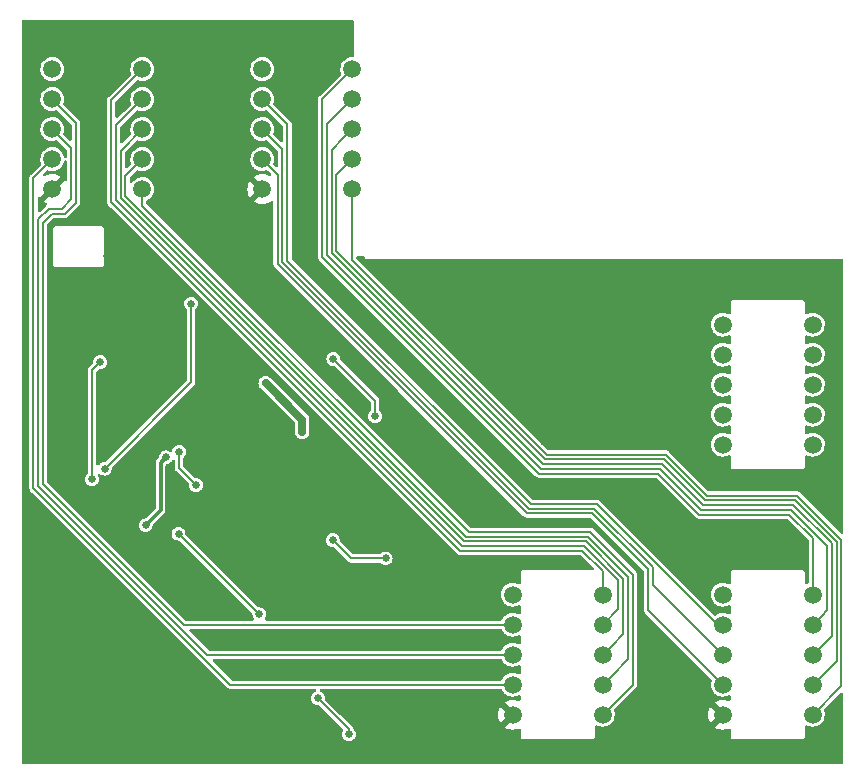
<source format=gbr>
G04 #@! TF.GenerationSoftware,KiCad,Pcbnew,6.0.4+dfsg-1+b1*
G04 #@! TF.CreationDate,2022-05-30T21:12:58+03:00*
G04 #@! TF.ProjectId,cps1_adapter,63707331-5f61-4646-9170-7465722e6b69,rev?*
G04 #@! TF.SameCoordinates,Original*
G04 #@! TF.FileFunction,Copper,L2,Bot*
G04 #@! TF.FilePolarity,Positive*
%FSLAX46Y46*%
G04 Gerber Fmt 4.6, Leading zero omitted, Abs format (unit mm)*
G04 Created by KiCad (PCBNEW 6.0.4+dfsg-1+b1) date 2022-05-30 21:12:58*
%MOMM*%
%LPD*%
G01*
G04 APERTURE LIST*
G04 #@! TA.AperFunction,ComponentPad*
%ADD10C,1.500000*%
G04 #@! TD*
G04 #@! TA.AperFunction,ViaPad*
%ADD11C,0.660000*%
G04 #@! TD*
G04 #@! TA.AperFunction,Conductor*
%ADD12C,0.500000*%
G04 #@! TD*
G04 #@! TA.AperFunction,Conductor*
%ADD13C,0.200000*%
G04 #@! TD*
G04 #@! TA.AperFunction,Conductor*
%ADD14C,0.300000*%
G04 #@! TD*
G04 #@! TA.AperFunction,Conductor*
%ADD15C,0.400000*%
G04 #@! TD*
G04 #@! TA.AperFunction,Conductor*
%ADD16C,0.700000*%
G04 #@! TD*
G04 APERTURE END LIST*
D10*
X82445000Y-80000000D03*
X82445000Y-82540000D03*
X82445000Y-85080000D03*
X82445000Y-87620000D03*
X82445000Y-90160000D03*
X90065000Y-90160000D03*
X90065000Y-87620000D03*
X90065000Y-85080000D03*
X90065000Y-82540000D03*
X90065000Y-80000000D03*
X100225000Y-80000000D03*
X100225000Y-82540000D03*
X100225000Y-85080000D03*
X100225000Y-87620000D03*
X100225000Y-90160000D03*
X107845000Y-90160000D03*
X107845000Y-87620000D03*
X107845000Y-85080000D03*
X107845000Y-82540000D03*
X107845000Y-80000000D03*
X100225000Y-57140000D03*
X100225000Y-59680000D03*
X100225000Y-62220000D03*
X100225000Y-64760000D03*
X100225000Y-67300000D03*
X107845000Y-67300000D03*
X107845000Y-64760000D03*
X107845000Y-62220000D03*
X107845000Y-59680000D03*
X107845000Y-57140000D03*
X43445000Y-35500000D03*
X43445000Y-38040000D03*
X43445000Y-40580000D03*
X43445000Y-43120000D03*
X43445000Y-45660000D03*
X51065000Y-45660000D03*
X51065000Y-43120000D03*
X51065000Y-40580000D03*
X51065000Y-38040000D03*
X51065000Y-35500000D03*
X61225000Y-35500000D03*
X61225000Y-38040000D03*
X61225000Y-40580000D03*
X61225000Y-43120000D03*
X61225000Y-45660000D03*
X68845000Y-45660000D03*
X68845000Y-43120000D03*
X68845000Y-40580000D03*
X68845000Y-38040000D03*
X68845000Y-35500000D03*
D11*
X53330000Y-55320000D03*
X43840000Y-55320000D03*
X50330000Y-55320000D03*
X51800000Y-55310000D03*
X109006667Y-69085000D03*
X63360000Y-72150000D03*
X60746667Y-91945000D03*
X93766667Y-89405000D03*
X63286667Y-69085000D03*
X42966667Y-84325000D03*
X88686667Y-71625000D03*
X55440000Y-71730000D03*
X73446667Y-53845000D03*
X60746667Y-33525000D03*
X63286667Y-38605000D03*
X81066667Y-79245000D03*
X68366667Y-69085000D03*
X58206667Y-81785000D03*
X48046667Y-79245000D03*
X58206667Y-46225000D03*
X60746667Y-66545000D03*
X70906667Y-89405000D03*
X79170000Y-56550000D03*
X81066667Y-53845000D03*
X60746667Y-51305000D03*
X53126667Y-91945000D03*
X98846667Y-91945000D03*
X75986667Y-81785000D03*
X88686667Y-66545000D03*
X58206667Y-43685000D03*
X101386667Y-74165000D03*
X73700000Y-66740000D03*
X42966667Y-91945000D03*
X77330000Y-70600000D03*
X78526667Y-81785000D03*
X48046667Y-86865000D03*
X58206667Y-84325000D03*
X106466667Y-76705000D03*
X45506667Y-33525000D03*
X48046667Y-91945000D03*
X50586667Y-91945000D03*
X81066667Y-56385000D03*
X48046667Y-84325000D03*
X45506667Y-89405000D03*
X78526667Y-53845000D03*
X75986667Y-76705000D03*
X55666667Y-46225000D03*
X65826667Y-69085000D03*
X45506667Y-81785000D03*
X45506667Y-91945000D03*
X75986667Y-53845000D03*
X98846667Y-61465000D03*
X98846667Y-74165000D03*
X45840000Y-61460000D03*
X81066667Y-84325000D03*
X50586667Y-86865000D03*
X47470000Y-58730000D03*
X42130000Y-73230000D03*
X93766667Y-84325000D03*
X42966667Y-89405000D03*
X63286667Y-33525000D03*
X55666667Y-43685000D03*
X95710000Y-76000000D03*
X93766667Y-86865000D03*
X65826667Y-33525000D03*
X103926667Y-76705000D03*
X81520000Y-68230000D03*
X79210000Y-58380000D03*
X78220000Y-65000000D03*
X42560000Y-78700000D03*
X96306667Y-53845000D03*
X65826667Y-76705000D03*
X58206667Y-89405000D03*
X78526667Y-79245000D03*
X76000000Y-62550000D03*
X75986667Y-91945000D03*
X45506667Y-86865000D03*
X88390000Y-59690000D03*
X55666667Y-48765000D03*
X55666667Y-91945000D03*
X93766667Y-56385000D03*
X91160000Y-66770000D03*
X58206667Y-33525000D03*
X83750000Y-70420000D03*
X91226667Y-91945000D03*
X78526667Y-84325000D03*
X91030000Y-71230000D03*
X45506667Y-84325000D03*
X60746667Y-53845000D03*
X69700000Y-56450000D03*
X75340000Y-68470000D03*
X48046667Y-53845000D03*
X55666667Y-38605000D03*
X55666667Y-36065000D03*
X50586667Y-89405000D03*
X53126667Y-86865000D03*
X45506667Y-79245000D03*
X50586667Y-51305000D03*
X63286667Y-66545000D03*
X55666667Y-33525000D03*
X53126667Y-38605000D03*
X88686667Y-53845000D03*
X53126667Y-89405000D03*
X73446667Y-79245000D03*
X52990000Y-57230000D03*
X59580000Y-71820000D03*
X48046667Y-64005000D03*
X53600000Y-62350000D03*
X45506667Y-53845000D03*
X45300000Y-64010000D03*
X96306667Y-74165000D03*
X53126667Y-33525000D03*
X95600000Y-85600000D03*
X53126667Y-43685000D03*
X95620000Y-88430000D03*
X48046667Y-81785000D03*
X78526667Y-86865000D03*
X93766667Y-71625000D03*
X63286667Y-36065000D03*
X45300000Y-69540000D03*
X58206667Y-48765000D03*
X48046667Y-51305000D03*
X58206667Y-36065000D03*
X98846667Y-76705000D03*
X53126667Y-46225000D03*
X48046667Y-33525000D03*
X55666667Y-81785000D03*
X81066667Y-81785000D03*
X101386667Y-76705000D03*
X86146667Y-53845000D03*
X50586667Y-53845000D03*
X71680000Y-58400000D03*
X50586667Y-81785000D03*
X59540000Y-74320000D03*
X98846667Y-69085000D03*
X59540000Y-72970000D03*
X103926667Y-74165000D03*
X45506667Y-38605000D03*
X80200000Y-66910000D03*
X75980000Y-56480000D03*
X52940000Y-74130000D03*
X58206667Y-41145000D03*
X55666667Y-86865000D03*
X42966667Y-81785000D03*
X81066667Y-86865000D03*
X48046667Y-48765000D03*
X52980000Y-59500000D03*
X45440000Y-58360000D03*
X50586667Y-33525000D03*
X68366667Y-33525000D03*
X93440000Y-73720000D03*
X98846667Y-66545000D03*
X60850000Y-64800000D03*
X83606667Y-53845000D03*
X73270000Y-84050000D03*
X50990000Y-62370000D03*
X48046667Y-89405000D03*
X93766667Y-53845000D03*
X98846667Y-58925000D03*
X55666667Y-89405000D03*
X109006667Y-91945000D03*
X45506667Y-36065000D03*
X53126667Y-41145000D03*
X78526667Y-91945000D03*
X65826667Y-36065000D03*
X50586667Y-84325000D03*
X58760000Y-62340000D03*
X73446667Y-89405000D03*
X53126667Y-84325000D03*
X78526667Y-89405000D03*
X96880000Y-55430000D03*
X86146667Y-66545000D03*
X63370000Y-70790000D03*
X45300000Y-71540000D03*
X86146667Y-71625000D03*
X55666667Y-41145000D03*
X68366667Y-84325000D03*
X91226667Y-53845000D03*
X83606667Y-56385000D03*
X98846667Y-79245000D03*
X53126667Y-36065000D03*
X42966667Y-33525000D03*
X63370000Y-73850000D03*
X81066667Y-91945000D03*
X53126667Y-53845000D03*
X66080000Y-79020000D03*
X42966667Y-86865000D03*
X75986667Y-79245000D03*
X98846667Y-64005000D03*
X93766667Y-91945000D03*
X109006667Y-71625000D03*
X58206667Y-38605000D03*
X45506667Y-56385000D03*
X48046667Y-36065000D03*
X61520000Y-62070000D03*
X64620000Y-66230000D03*
X47890000Y-69320000D03*
X55200000Y-55360000D03*
X53060000Y-68380000D03*
X51350000Y-74130000D03*
X54190000Y-67910000D03*
X55610000Y-70700000D03*
X65940000Y-88760000D03*
X68570000Y-91810000D03*
X47500000Y-60300000D03*
X46810000Y-70220000D03*
X60990000Y-81660000D03*
X54140000Y-74830000D03*
X67240000Y-60040000D03*
X70790000Y-64890000D03*
X71680000Y-76930000D03*
X67190000Y-75370000D03*
D12*
X49350000Y-55320000D02*
X50330000Y-55320000D01*
X50170000Y-55330000D02*
X51780000Y-55330000D01*
X51780000Y-55330000D02*
X51800000Y-55310000D01*
X48420000Y-55320000D02*
X50330000Y-55320000D01*
X58760000Y-62710000D02*
X58760000Y-62340000D01*
D13*
X45110000Y-63353310D02*
X45110000Y-62287598D01*
D12*
X88390000Y-59690000D02*
X80520000Y-59690000D01*
X79210000Y-58380000D02*
X79210000Y-56590000D01*
X80130000Y-66910000D02*
X80200000Y-66910000D01*
X50990000Y-62370000D02*
X53230000Y-62370000D01*
X75340000Y-68470000D02*
X75340000Y-68380000D01*
D14*
X52990000Y-59490000D02*
X52980000Y-59500000D01*
D12*
X79210000Y-56590000D02*
X79170000Y-56550000D01*
D15*
X45300000Y-64010000D02*
X45300000Y-64476690D01*
X53529999Y-62420001D02*
X53600000Y-62350000D01*
D12*
X63370000Y-73850000D02*
X63370000Y-76310000D01*
X95710000Y-76000000D02*
X93440000Y-73730000D01*
X63370000Y-76310000D02*
X66080000Y-79020000D01*
X71650000Y-58400000D02*
X69700000Y-56450000D01*
D14*
X59540000Y-71860000D02*
X59580000Y-71820000D01*
D12*
X92650000Y-55430000D02*
X88390000Y-59690000D01*
X46020000Y-57710000D02*
X46270000Y-57460000D01*
D15*
X45300000Y-64476690D02*
X45300000Y-69540000D01*
D12*
X96880000Y-65230000D02*
X96880000Y-55430000D01*
D15*
X53280001Y-62420001D02*
X53529999Y-62420001D01*
D12*
X46020000Y-60813310D02*
X46020000Y-57710000D01*
X93440000Y-73730000D02*
X93440000Y-73720000D01*
X91160000Y-66770000D02*
X95340000Y-66770000D01*
X60770000Y-64720000D02*
X60850000Y-64800000D01*
X95340000Y-66770000D02*
X96880000Y-65230000D01*
D15*
X52980000Y-59500000D02*
X52980000Y-62120000D01*
X55440000Y-71730000D02*
X55340000Y-71730000D01*
X51830000Y-59500000D02*
X50990000Y-60340000D01*
X52980000Y-59500000D02*
X51830000Y-59500000D01*
D12*
X96880000Y-55430000D02*
X92650000Y-55430000D01*
D14*
X45769999Y-58030001D02*
X45440000Y-58360000D01*
D12*
X75340000Y-68380000D02*
X73700000Y-66740000D01*
D15*
X59540000Y-74320000D02*
X59869999Y-74649999D01*
X62920001Y-74649999D02*
X63450000Y-74120000D01*
D12*
X45840000Y-61460000D02*
X45840000Y-60993310D01*
X45840000Y-60993310D02*
X46020000Y-60813310D01*
D13*
X47100000Y-58360000D02*
X45906690Y-58360000D01*
X45906690Y-58360000D02*
X45440000Y-58360000D01*
D14*
X59540000Y-72970000D02*
X59540000Y-71860000D01*
D12*
X78220000Y-65000000D02*
X80130000Y-66910000D01*
D16*
X68641667Y-84050000D02*
X68366667Y-84325000D01*
D15*
X55340000Y-71730000D02*
X52940000Y-74130000D01*
D16*
X73270000Y-84050000D02*
X68641667Y-84050000D01*
D15*
X52980000Y-62120000D02*
X53280001Y-62420001D01*
D12*
X71680000Y-58400000D02*
X71650000Y-58400000D01*
D13*
X45300000Y-69540000D02*
X45300000Y-71540000D01*
D12*
X80520000Y-59690000D02*
X79210000Y-58380000D01*
D13*
X45300000Y-63543310D02*
X45110000Y-63353310D01*
D15*
X50990000Y-60340000D02*
X50990000Y-62370000D01*
D12*
X53230000Y-62370000D02*
X53280001Y-62420001D01*
X63360000Y-72150000D02*
X63360000Y-73840000D01*
X95620000Y-88430000D02*
X95620000Y-85620000D01*
D13*
X47470000Y-58730000D02*
X47100000Y-58360000D01*
D15*
X59869999Y-74649999D02*
X62920001Y-74649999D01*
D12*
X95620000Y-85620000D02*
X95600000Y-85600000D01*
D14*
X52990000Y-57230000D02*
X52990000Y-59490000D01*
D13*
X45300000Y-64010000D02*
X45300000Y-63543310D01*
D12*
X46290000Y-57450000D02*
X48420000Y-55320000D01*
D13*
X45840000Y-61557598D02*
X45840000Y-61460000D01*
D12*
X63360000Y-73840000D02*
X63370000Y-73850000D01*
X60850000Y-64800000D02*
X58760000Y-62710000D01*
D14*
X45859993Y-57940007D02*
X45769999Y-58030001D01*
D12*
X81560000Y-68230000D02*
X83750000Y-70420000D01*
X42560000Y-78700000D02*
X42130000Y-78270000D01*
X42130000Y-78270000D02*
X42130000Y-73230000D01*
D13*
X45110000Y-62287598D02*
X45840000Y-61557598D01*
D12*
X81520000Y-68230000D02*
X81560000Y-68230000D01*
D16*
X64620000Y-65170000D02*
X64620000Y-66230000D01*
X61520000Y-62070000D02*
X64620000Y-65170000D01*
D13*
X54810000Y-62400000D02*
X55200000Y-62010000D01*
X47890000Y-69320000D02*
X54810000Y-62400000D01*
X55200000Y-62010000D02*
X55200000Y-55360000D01*
D14*
X52620000Y-68820000D02*
X53060000Y-68380000D01*
X51350000Y-74130000D02*
X52620000Y-72860000D01*
X52620000Y-72860000D02*
X52620000Y-68820000D01*
D13*
X54190000Y-69280000D02*
X54190000Y-67910000D01*
X55610000Y-70700000D02*
X54190000Y-69280000D01*
X110270000Y-75340000D02*
X110270000Y-87735000D01*
X106540000Y-71610000D02*
X110270000Y-75340000D01*
X68845000Y-51675000D02*
X85310000Y-68140000D01*
X68845000Y-45660000D02*
X68845000Y-51675000D01*
X95400000Y-68140000D02*
X98870000Y-71610000D01*
X85310000Y-68140000D02*
X95400000Y-68140000D01*
X98870000Y-71610000D02*
X106540000Y-71610000D01*
X110270000Y-87735000D02*
X107845000Y-90160000D01*
X89529980Y-72319980D02*
X99630000Y-82420000D01*
X99630000Y-82420000D02*
X100105000Y-82420000D01*
X61225000Y-38040000D02*
X63360000Y-40175000D01*
X63360000Y-40175000D02*
X63360000Y-51714302D01*
X63360000Y-51714302D02*
X83965678Y-72319980D01*
X83965678Y-72319980D02*
X89529980Y-72319980D01*
X100105000Y-82420000D02*
X100225000Y-82540000D01*
X98704311Y-72010011D02*
X106374311Y-72010011D01*
X108594999Y-86870001D02*
X107845000Y-87620000D01*
X67500000Y-50895700D02*
X85144311Y-68540011D01*
X95234311Y-68540011D02*
X98704311Y-72010011D01*
X85144311Y-68540011D02*
X95234311Y-68540011D01*
X106374311Y-72010011D02*
X109860000Y-75495700D01*
X109860000Y-85605000D02*
X108594999Y-86870001D01*
X68845000Y-43120000D02*
X67500000Y-44465000D01*
X109860000Y-75495700D02*
X109860000Y-85605000D01*
X67500000Y-44465000D02*
X67500000Y-50895700D01*
X89349990Y-72719990D02*
X94300000Y-77670000D01*
X61225000Y-40580000D02*
X62930010Y-42285010D01*
X62930010Y-51850010D02*
X83799990Y-72719990D01*
X83799990Y-72719990D02*
X89349990Y-72719990D01*
X94300000Y-79155000D02*
X100225000Y-85080000D01*
X62930010Y-42285010D02*
X62930010Y-51850010D01*
X94300000Y-77670000D02*
X94300000Y-79155000D01*
X95068622Y-68940022D02*
X84978622Y-68940022D01*
X107845000Y-85080000D02*
X109459989Y-83465011D01*
X109459989Y-83465011D02*
X109459989Y-75661389D01*
X68095001Y-41329999D02*
X68845000Y-40580000D01*
X84978622Y-68940022D02*
X67099990Y-51061390D01*
X67099990Y-51061390D02*
X67099990Y-42325010D01*
X106208622Y-72410022D02*
X98538622Y-72410022D01*
X98538622Y-72410022D02*
X95068622Y-68940022D01*
X67099990Y-42325010D02*
X68095001Y-41329999D01*
X109459989Y-75661389D02*
X106208622Y-72410022D01*
X100225000Y-87620000D02*
X93880000Y-81275000D01*
X93880000Y-77830000D02*
X89170000Y-73120000D01*
X93880000Y-81275000D02*
X93880000Y-77830000D01*
X83630000Y-73120000D02*
X62530000Y-52020000D01*
X89170000Y-73120000D02*
X83630000Y-73120000D01*
X62530000Y-44425000D02*
X61225000Y-43120000D01*
X62530000Y-52020000D02*
X62530000Y-44425000D01*
X109059978Y-75859978D02*
X109059978Y-81325022D01*
X109059978Y-81325022D02*
X108594999Y-81790001D01*
X108594999Y-81790001D02*
X107845000Y-82540000D01*
X106010033Y-72810033D02*
X109059978Y-75859978D01*
X98372933Y-72810033D02*
X106010033Y-72810033D01*
X84812933Y-69340033D02*
X94902933Y-69340033D01*
X66699980Y-51227080D02*
X84812933Y-69340033D01*
X66699980Y-40185020D02*
X66699980Y-51227080D01*
X68845000Y-38040000D02*
X66699980Y-40185020D01*
X94902933Y-69340033D02*
X98372933Y-72810033D01*
X105844344Y-73210044D02*
X98207244Y-73210044D01*
X107845000Y-80000000D02*
X107845000Y-75210700D01*
X94737244Y-69740044D02*
X84647244Y-69740044D01*
X98207244Y-73210044D02*
X94737244Y-69740044D01*
X66299970Y-38045030D02*
X68095001Y-36249999D01*
X107845000Y-75210700D02*
X105844344Y-73210044D01*
X84647244Y-69740044D02*
X66299970Y-51392770D01*
X68095001Y-36249999D02*
X68845000Y-35500000D01*
X66299970Y-51392770D02*
X66299970Y-38045030D01*
X92610020Y-87614980D02*
X92610020Y-78298622D01*
X90065000Y-90160000D02*
X92610020Y-87614980D01*
X78699980Y-74679980D02*
X51070000Y-47050000D01*
X51070000Y-45665000D02*
X51065000Y-45660000D01*
X92610020Y-78298622D02*
X88991378Y-74679980D01*
X88991378Y-74679980D02*
X78699980Y-74679980D01*
X51070000Y-47050000D02*
X51070000Y-45665000D01*
X45450000Y-46810000D02*
X45450000Y-40045000D01*
X42650022Y-70598622D02*
X42650022Y-48519978D01*
X82445000Y-82540000D02*
X54591400Y-82540000D01*
X43440000Y-47730000D02*
X44530000Y-47730000D01*
X45450000Y-40045000D02*
X44194999Y-38789999D01*
X42650022Y-48519978D02*
X43440000Y-47730000D01*
X44194999Y-38789999D02*
X43445000Y-38040000D01*
X54591400Y-82540000D02*
X42650022Y-70598622D01*
X44530000Y-47730000D02*
X45450000Y-46810000D01*
X90814999Y-86870001D02*
X90065000Y-87620000D01*
X88825689Y-75079991D02*
X92210009Y-78464311D01*
X49640033Y-46232933D02*
X78487091Y-75079991D01*
X78487091Y-75079991D02*
X88825689Y-75079991D01*
X92210009Y-85474991D02*
X90814999Y-86870001D01*
X49640033Y-44544967D02*
X49640033Y-46232933D01*
X92210009Y-78464311D02*
X92210009Y-85474991D01*
X51065000Y-43120000D02*
X49640033Y-44544967D01*
X82445000Y-85080000D02*
X56565700Y-85080000D01*
X43170000Y-47310000D02*
X44250000Y-47310000D01*
X45040000Y-46520000D02*
X45040000Y-42175000D01*
X44194999Y-41329999D02*
X43445000Y-40580000D01*
X45040000Y-42175000D02*
X44194999Y-41329999D01*
X56565700Y-85080000D02*
X42250011Y-70764311D01*
X42250011Y-48229989D02*
X43170000Y-47310000D01*
X44250000Y-47310000D02*
X45040000Y-46520000D01*
X42250011Y-70764311D02*
X42250011Y-48229989D01*
X88660000Y-75480002D02*
X91809998Y-78630000D01*
X49240022Y-42404978D02*
X49240022Y-46398622D01*
X49240022Y-46398622D02*
X78321402Y-75480002D01*
X51065000Y-40580000D02*
X49240022Y-42404978D01*
X90814999Y-84330001D02*
X90065000Y-85080000D01*
X78321402Y-75480002D02*
X88660000Y-75480002D01*
X91809998Y-78630000D02*
X91809998Y-83335002D01*
X91809998Y-83335002D02*
X90814999Y-84330001D01*
X58540000Y-87620000D02*
X41850000Y-70930000D01*
X41850000Y-44715000D02*
X42695001Y-43869999D01*
X42695001Y-43869999D02*
X43445000Y-43120000D01*
X41850000Y-70930000D02*
X41850000Y-44715000D01*
X82445000Y-87620000D02*
X58540000Y-87620000D01*
X48840011Y-46564311D02*
X48840011Y-40264989D01*
X90065000Y-82540000D02*
X91390000Y-81215000D01*
X91390000Y-78775702D02*
X88494311Y-75880013D01*
X48840011Y-40264989D02*
X50315001Y-38789999D01*
X78155713Y-75880013D02*
X48840011Y-46564311D01*
X88494311Y-75880013D02*
X78155713Y-75880013D01*
X50315001Y-38789999D02*
X51065000Y-38040000D01*
X91390000Y-81215000D02*
X91390000Y-78775702D01*
X48440000Y-38125000D02*
X50315001Y-36249999D01*
X48440000Y-46730000D02*
X48440000Y-38125000D01*
X50315001Y-36249999D02*
X51065000Y-35500000D01*
X77990024Y-76280024D02*
X48440000Y-46730000D01*
X88328622Y-76280024D02*
X77990024Y-76280024D01*
X90065000Y-80000000D02*
X90065000Y-78016402D01*
X90065000Y-78016402D02*
X88328622Y-76280024D01*
X68570000Y-91390000D02*
X68570000Y-91810000D01*
X65940000Y-88760000D02*
X68570000Y-91390000D01*
X46810000Y-70220000D02*
X46810000Y-60990000D01*
X46810000Y-60990000D02*
X47500000Y-60300000D01*
X60990000Y-81660000D02*
X60970000Y-81660000D01*
X60970000Y-81660000D02*
X54140000Y-74830000D01*
X67240000Y-60040000D02*
X70790000Y-63590000D01*
X70790000Y-63590000D02*
X70790000Y-64890000D01*
X68750000Y-76930000D02*
X67190000Y-75370000D01*
X71680000Y-76930000D02*
X68750000Y-76930000D01*
G04 #@! TA.AperFunction,Conductor*
G36*
X68932121Y-31334502D02*
G01*
X68978614Y-31388158D01*
X68990000Y-31440500D01*
X68990000Y-34365347D01*
X68969998Y-34433468D01*
X68916342Y-34479961D01*
X68863121Y-34491344D01*
X68858180Y-34491310D01*
X68852047Y-34490665D01*
X68845905Y-34491224D01*
X68662004Y-34507960D01*
X68662001Y-34507961D01*
X68655865Y-34508519D01*
X68649959Y-34510257D01*
X68649955Y-34510258D01*
X68509775Y-34551516D01*
X68466887Y-34564138D01*
X68461427Y-34566992D01*
X68461428Y-34566992D01*
X68297772Y-34652549D01*
X68297768Y-34652552D01*
X68292312Y-34655404D01*
X68138788Y-34778840D01*
X68012163Y-34929745D01*
X67917262Y-35102371D01*
X67915398Y-35108246D01*
X67915397Y-35108249D01*
X67911269Y-35121263D01*
X67857697Y-35290142D01*
X67835738Y-35485907D01*
X67852222Y-35682209D01*
X67853919Y-35688128D01*
X67853920Y-35688132D01*
X67900675Y-35851185D01*
X67900224Y-35922180D01*
X67868651Y-35975010D01*
X66085550Y-37758112D01*
X66070068Y-37770617D01*
X66066841Y-37773553D01*
X66058088Y-37779205D01*
X66038961Y-37803468D01*
X66035411Y-37807463D01*
X66035510Y-37807547D01*
X66032152Y-37811510D01*
X66028476Y-37815186D01*
X66025453Y-37819415D01*
X66025453Y-37819416D01*
X66018116Y-37829682D01*
X66014555Y-37834425D01*
X65991473Y-37863705D01*
X65991471Y-37863709D01*
X65985024Y-37871887D01*
X65982191Y-37879955D01*
X65977217Y-37886915D01*
X65974233Y-37896893D01*
X65963550Y-37932616D01*
X65961714Y-37938265D01*
X65945920Y-37983238D01*
X65945470Y-37988434D01*
X65945470Y-37991139D01*
X65945373Y-37993395D01*
X65945230Y-37993871D01*
X65945184Y-37993869D01*
X65945171Y-37994068D01*
X65943402Y-37999985D01*
X65944662Y-38032051D01*
X65945373Y-38050154D01*
X65945470Y-38055100D01*
X65945470Y-51341513D01*
X65943364Y-51361307D01*
X65943159Y-51365660D01*
X65940967Y-51375840D01*
X65942191Y-51386178D01*
X65944597Y-51406507D01*
X65944912Y-51411853D01*
X65945042Y-51411842D01*
X65945470Y-51417022D01*
X65945470Y-51422221D01*
X65946323Y-51427345D01*
X65946324Y-51427358D01*
X65948397Y-51439811D01*
X65949234Y-51445686D01*
X65954839Y-51493040D01*
X65958540Y-51500748D01*
X65959945Y-51509187D01*
X65982599Y-51551171D01*
X65985280Y-51556434D01*
X66005925Y-51599428D01*
X66009281Y-51603420D01*
X66011228Y-51605367D01*
X66012718Y-51606992D01*
X66012951Y-51607424D01*
X66012915Y-51607457D01*
X66013054Y-51607615D01*
X66015987Y-51613050D01*
X66023634Y-51620119D01*
X66052851Y-51647127D01*
X66056417Y-51650556D01*
X84360328Y-69954467D01*
X84372836Y-69969953D01*
X84375770Y-69973178D01*
X84381419Y-69981926D01*
X84389596Y-69988372D01*
X84405674Y-70001047D01*
X84409677Y-70004605D01*
X84409762Y-70004505D01*
X84413719Y-70007858D01*
X84417400Y-70011539D01*
X84421632Y-70014563D01*
X84421634Y-70014565D01*
X84431909Y-70021908D01*
X84436653Y-70025470D01*
X84465919Y-70048541D01*
X84465923Y-70048543D01*
X84474101Y-70054990D01*
X84482169Y-70057823D01*
X84489129Y-70062797D01*
X84499107Y-70065781D01*
X84534830Y-70076464D01*
X84540479Y-70078300D01*
X84585452Y-70094094D01*
X84590648Y-70094544D01*
X84593353Y-70094544D01*
X84595609Y-70094641D01*
X84596085Y-70094784D01*
X84596083Y-70094830D01*
X84596282Y-70094843D01*
X84602199Y-70096612D01*
X84652368Y-70094641D01*
X84657314Y-70094544D01*
X94538215Y-70094544D01*
X94606336Y-70114546D01*
X94627310Y-70131449D01*
X97920326Y-73424464D01*
X97932831Y-73439946D01*
X97935767Y-73443173D01*
X97941419Y-73451926D01*
X97965682Y-73471053D01*
X97969677Y-73474603D01*
X97969761Y-73474504D01*
X97973724Y-73477862D01*
X97977400Y-73481538D01*
X97981629Y-73484561D01*
X97981630Y-73484561D01*
X97991896Y-73491898D01*
X97996639Y-73495459D01*
X98025919Y-73518541D01*
X98025923Y-73518543D01*
X98034101Y-73524990D01*
X98042169Y-73527823D01*
X98049129Y-73532797D01*
X98059107Y-73535781D01*
X98094830Y-73546464D01*
X98100479Y-73548300D01*
X98145452Y-73564094D01*
X98150648Y-73564544D01*
X98153353Y-73564544D01*
X98155609Y-73564641D01*
X98156085Y-73564784D01*
X98156083Y-73564830D01*
X98156282Y-73564843D01*
X98162199Y-73566612D01*
X98212368Y-73564641D01*
X98217314Y-73564544D01*
X105645315Y-73564544D01*
X105713436Y-73584546D01*
X105734410Y-73601449D01*
X107453595Y-75320633D01*
X107487620Y-75382945D01*
X107490500Y-75409728D01*
X107490500Y-78975485D01*
X107470498Y-79043606D01*
X107422876Y-79087146D01*
X107378876Y-79110149D01*
X107309240Y-79123984D01*
X107243180Y-79097974D01*
X107201667Y-79040379D01*
X107194500Y-78998488D01*
X107194500Y-78217476D01*
X107196921Y-78192894D01*
X107197065Y-78192170D01*
X107199486Y-78180000D01*
X107179734Y-78080699D01*
X107123484Y-77996516D01*
X107039301Y-77940266D01*
X106965067Y-77925500D01*
X106952172Y-77922935D01*
X106940000Y-77920514D01*
X106927103Y-77923079D01*
X106902524Y-77925500D01*
X101177476Y-77925500D01*
X101152897Y-77923079D01*
X101140000Y-77920514D01*
X101127828Y-77922935D01*
X101114933Y-77925500D01*
X101040699Y-77940266D01*
X100956516Y-77996516D01*
X100900266Y-78080699D01*
X100880514Y-78180000D01*
X100882935Y-78192170D01*
X100883079Y-78192894D01*
X100885500Y-78217476D01*
X100885500Y-79003782D01*
X100865498Y-79071903D01*
X100811842Y-79118396D01*
X100741568Y-79128500D01*
X100699571Y-79114617D01*
X100621569Y-79072441D01*
X100621562Y-79072438D01*
X100616143Y-79069508D01*
X100427960Y-79011256D01*
X100421835Y-79010612D01*
X100421834Y-79010612D01*
X100238176Y-78991309D01*
X100238174Y-78991309D01*
X100232047Y-78990665D01*
X100150018Y-78998130D01*
X100042004Y-79007960D01*
X100042001Y-79007961D01*
X100035865Y-79008519D01*
X100029959Y-79010257D01*
X100029955Y-79010258D01*
X99916649Y-79043606D01*
X99846887Y-79064138D01*
X99841427Y-79066992D01*
X99841428Y-79066992D01*
X99677772Y-79152549D01*
X99677768Y-79152552D01*
X99672312Y-79155404D01*
X99518788Y-79278840D01*
X99392163Y-79429745D01*
X99389195Y-79435144D01*
X99303602Y-79590839D01*
X99297262Y-79602371D01*
X99295398Y-79608246D01*
X99295397Y-79608249D01*
X99260719Y-79717569D01*
X99237697Y-79790142D01*
X99215738Y-79985907D01*
X99232222Y-80182209D01*
X99286521Y-80371570D01*
X99376566Y-80546779D01*
X99380389Y-80551603D01*
X99380392Y-80551607D01*
X99443212Y-80630865D01*
X99498927Y-80701160D01*
X99503620Y-80705154D01*
X99503621Y-80705155D01*
X99574501Y-80765478D01*
X99648945Y-80828835D01*
X99654323Y-80831841D01*
X99654325Y-80831842D01*
X99815524Y-80921933D01*
X99820904Y-80924940D01*
X100008255Y-80985814D01*
X100203862Y-81009139D01*
X100209997Y-81008667D01*
X100209999Y-81008667D01*
X100269801Y-81004065D01*
X100400274Y-80994026D01*
X100590009Y-80941050D01*
X100604224Y-80933870D01*
X100696264Y-80887377D01*
X100702690Y-80884131D01*
X100772512Y-80871271D01*
X100838203Y-80898200D01*
X100878906Y-80956370D01*
X100885500Y-80996597D01*
X100885500Y-81543782D01*
X100865498Y-81611903D01*
X100811842Y-81658396D01*
X100741568Y-81668500D01*
X100699571Y-81654617D01*
X100621569Y-81612441D01*
X100621562Y-81612438D01*
X100616143Y-81609508D01*
X100427960Y-81551256D01*
X100421835Y-81550612D01*
X100421834Y-81550612D01*
X100238176Y-81531309D01*
X100238174Y-81531309D01*
X100232047Y-81530665D01*
X100150018Y-81538130D01*
X100042004Y-81547960D01*
X100042001Y-81547961D01*
X100035865Y-81548519D01*
X100029959Y-81550257D01*
X100029955Y-81550258D01*
X99927617Y-81580378D01*
X99846887Y-81604138D01*
X99841427Y-81606992D01*
X99841428Y-81606992D01*
X99677772Y-81692549D01*
X99677768Y-81692552D01*
X99672312Y-81695404D01*
X99667511Y-81699264D01*
X99667505Y-81699268D01*
X99613207Y-81742924D01*
X99547585Y-81770020D01*
X99477730Y-81757336D01*
X99445161Y-81733822D01*
X89816898Y-72105560D01*
X89804393Y-72090078D01*
X89801457Y-72086851D01*
X89795805Y-72078098D01*
X89771542Y-72058971D01*
X89767547Y-72055421D01*
X89767463Y-72055520D01*
X89763500Y-72052162D01*
X89759824Y-72048486D01*
X89755594Y-72045463D01*
X89745328Y-72038126D01*
X89740585Y-72034565D01*
X89711305Y-72011483D01*
X89711301Y-72011481D01*
X89703123Y-72005034D01*
X89695055Y-72002201D01*
X89688095Y-71997227D01*
X89642394Y-71983560D01*
X89636745Y-71981724D01*
X89599249Y-71968556D01*
X89599250Y-71968556D01*
X89591772Y-71965930D01*
X89586576Y-71965480D01*
X89583871Y-71965480D01*
X89581615Y-71965383D01*
X89581139Y-71965240D01*
X89581141Y-71965194D01*
X89580942Y-71965181D01*
X89575025Y-71963412D01*
X89525391Y-71965362D01*
X89524856Y-71965383D01*
X89519910Y-71965480D01*
X84164707Y-71965480D01*
X84096586Y-71945478D01*
X84075612Y-71928575D01*
X63751405Y-51604369D01*
X63717379Y-51542057D01*
X63714500Y-51515274D01*
X63714500Y-40226257D01*
X63716606Y-40206463D01*
X63716811Y-40202110D01*
X63719003Y-40191930D01*
X63715373Y-40161260D01*
X63715058Y-40155917D01*
X63714928Y-40155928D01*
X63714500Y-40150748D01*
X63714500Y-40145549D01*
X63713647Y-40140425D01*
X63713646Y-40140412D01*
X63711573Y-40127959D01*
X63710736Y-40122084D01*
X63706355Y-40085071D01*
X63705131Y-40074730D01*
X63701430Y-40067022D01*
X63700025Y-40058583D01*
X63677371Y-40016599D01*
X63674690Y-40011336D01*
X63670750Y-40003130D01*
X63654045Y-39968342D01*
X63650689Y-39964350D01*
X63648742Y-39962403D01*
X63647252Y-39960778D01*
X63647019Y-39960346D01*
X63647055Y-39960313D01*
X63646916Y-39960155D01*
X63643983Y-39954720D01*
X63607119Y-39920643D01*
X63603553Y-39917214D01*
X62199573Y-38513234D01*
X62165547Y-38450922D01*
X62169110Y-38384367D01*
X62189182Y-38324029D01*
X62209277Y-38263622D01*
X62233966Y-38068183D01*
X62234360Y-38040000D01*
X62215137Y-37843948D01*
X62158200Y-37655363D01*
X62065717Y-37481429D01*
X61941212Y-37328770D01*
X61875894Y-37274734D01*
X61794177Y-37207132D01*
X61794174Y-37207130D01*
X61789427Y-37203203D01*
X61616143Y-37109508D01*
X61427960Y-37051256D01*
X61421835Y-37050612D01*
X61421834Y-37050612D01*
X61238176Y-37031309D01*
X61238174Y-37031309D01*
X61232047Y-37030665D01*
X61150018Y-37038130D01*
X61042004Y-37047960D01*
X61042001Y-37047961D01*
X61035865Y-37048519D01*
X61029959Y-37050257D01*
X61029955Y-37050258D01*
X60889775Y-37091516D01*
X60846887Y-37104138D01*
X60841427Y-37106992D01*
X60841428Y-37106992D01*
X60677772Y-37192549D01*
X60677768Y-37192552D01*
X60672312Y-37195404D01*
X60518788Y-37318840D01*
X60392163Y-37469745D01*
X60297262Y-37642371D01*
X60295398Y-37648246D01*
X60295397Y-37648249D01*
X60291269Y-37661263D01*
X60237697Y-37830142D01*
X60215738Y-38025907D01*
X60216254Y-38032051D01*
X60228337Y-38175938D01*
X60232222Y-38222209D01*
X60259372Y-38316890D01*
X60280676Y-38391185D01*
X60286521Y-38411570D01*
X60289336Y-38417047D01*
X60372751Y-38579355D01*
X60376566Y-38586779D01*
X60380389Y-38591603D01*
X60380392Y-38591607D01*
X60408045Y-38626496D01*
X60498927Y-38741160D01*
X60503620Y-38745154D01*
X60503621Y-38745155D01*
X60528447Y-38766283D01*
X60648945Y-38868835D01*
X60654323Y-38871841D01*
X60654325Y-38871842D01*
X60808392Y-38957947D01*
X60820904Y-38964940D01*
X61008255Y-39025814D01*
X61203862Y-39049139D01*
X61209997Y-39048667D01*
X61209999Y-39048667D01*
X61269801Y-39044065D01*
X61400274Y-39034026D01*
X61577491Y-38984545D01*
X61648481Y-38985490D01*
X61700470Y-39016808D01*
X62968595Y-40284933D01*
X63002621Y-40347245D01*
X63005500Y-40374028D01*
X63005500Y-41554971D01*
X62985498Y-41623092D01*
X62931842Y-41669585D01*
X62861568Y-41679689D01*
X62796988Y-41650195D01*
X62790405Y-41644066D01*
X62199573Y-41053234D01*
X62165547Y-40990922D01*
X62169110Y-40924367D01*
X62207331Y-40809471D01*
X62209277Y-40803622D01*
X62233966Y-40608183D01*
X62234360Y-40580000D01*
X62215137Y-40383948D01*
X62158200Y-40195363D01*
X62128982Y-40140412D01*
X62068611Y-40026871D01*
X62068609Y-40026868D01*
X62065717Y-40021429D01*
X61941212Y-39868770D01*
X61842613Y-39787202D01*
X61794177Y-39747132D01*
X61794174Y-39747130D01*
X61789427Y-39743203D01*
X61616143Y-39649508D01*
X61427960Y-39591256D01*
X61421835Y-39590612D01*
X61421834Y-39590612D01*
X61238176Y-39571309D01*
X61238174Y-39571309D01*
X61232047Y-39570665D01*
X61150018Y-39578130D01*
X61042004Y-39587960D01*
X61042001Y-39587961D01*
X61035865Y-39588519D01*
X61029959Y-39590257D01*
X61029955Y-39590258D01*
X60918613Y-39623028D01*
X60846887Y-39644138D01*
X60841427Y-39646992D01*
X60841428Y-39646992D01*
X60677772Y-39732549D01*
X60677768Y-39732552D01*
X60672312Y-39735404D01*
X60667512Y-39739264D01*
X60667511Y-39739264D01*
X60544282Y-39838342D01*
X60518788Y-39858840D01*
X60392163Y-40009745D01*
X60371810Y-40046768D01*
X60312922Y-40153886D01*
X60297262Y-40182371D01*
X60295398Y-40188246D01*
X60295397Y-40188249D01*
X60286199Y-40217246D01*
X60237697Y-40370142D01*
X60215738Y-40565907D01*
X60232222Y-40762209D01*
X60259371Y-40856889D01*
X60278721Y-40924367D01*
X60286521Y-40951570D01*
X60331544Y-41039175D01*
X60372751Y-41119355D01*
X60376566Y-41126779D01*
X60380389Y-41131603D01*
X60380392Y-41131607D01*
X60408045Y-41166496D01*
X60498927Y-41281160D01*
X60503620Y-41285154D01*
X60503621Y-41285155D01*
X60528447Y-41306283D01*
X60648945Y-41408835D01*
X60654323Y-41411841D01*
X60654325Y-41411842D01*
X60808392Y-41497947D01*
X60820904Y-41504940D01*
X61008255Y-41565814D01*
X61203862Y-41589139D01*
X61209997Y-41588667D01*
X61209999Y-41588667D01*
X61269801Y-41584065D01*
X61400274Y-41574026D01*
X61406204Y-41572370D01*
X61406211Y-41572369D01*
X61577491Y-41524546D01*
X61648481Y-41525492D01*
X61700470Y-41556809D01*
X62538605Y-42394944D01*
X62572631Y-42457256D01*
X62575510Y-42484039D01*
X62575510Y-43664981D01*
X62555508Y-43733102D01*
X62501852Y-43779595D01*
X62431578Y-43789699D01*
X62366998Y-43760205D01*
X62360415Y-43754076D01*
X62199573Y-43593234D01*
X62165547Y-43530922D01*
X62169110Y-43464367D01*
X62207331Y-43349471D01*
X62209277Y-43343622D01*
X62233966Y-43148183D01*
X62234360Y-43120000D01*
X62215137Y-42923948D01*
X62158200Y-42735363D01*
X62148418Y-42716966D01*
X62068611Y-42566871D01*
X62068609Y-42566868D01*
X62065717Y-42561429D01*
X61941212Y-42408770D01*
X61836129Y-42321838D01*
X61794177Y-42287132D01*
X61794174Y-42287130D01*
X61789427Y-42283203D01*
X61616143Y-42189508D01*
X61427960Y-42131256D01*
X61421835Y-42130612D01*
X61421834Y-42130612D01*
X61238176Y-42111309D01*
X61238174Y-42111309D01*
X61232047Y-42110665D01*
X61150018Y-42118130D01*
X61042004Y-42127960D01*
X61042001Y-42127961D01*
X61035865Y-42128519D01*
X61029959Y-42130257D01*
X61029955Y-42130258D01*
X60889775Y-42171516D01*
X60846887Y-42184138D01*
X60841427Y-42186992D01*
X60841428Y-42186992D01*
X60677772Y-42272549D01*
X60677768Y-42272552D01*
X60672312Y-42275404D01*
X60667512Y-42279264D01*
X60667511Y-42279264D01*
X60582959Y-42347245D01*
X60518788Y-42398840D01*
X60392163Y-42549745D01*
X60385740Y-42561429D01*
X60362333Y-42604007D01*
X60297262Y-42722371D01*
X60295398Y-42728246D01*
X60295397Y-42728249D01*
X60291269Y-42741263D01*
X60237697Y-42910142D01*
X60215738Y-43105907D01*
X60216254Y-43112051D01*
X60226768Y-43237256D01*
X60232222Y-43302209D01*
X60259371Y-43396889D01*
X60278721Y-43464367D01*
X60286521Y-43491570D01*
X60376566Y-43666779D01*
X60380389Y-43671603D01*
X60380392Y-43671607D01*
X60465983Y-43779595D01*
X60498927Y-43821160D01*
X60503620Y-43825154D01*
X60503621Y-43825155D01*
X60561066Y-43874044D01*
X60648945Y-43948835D01*
X60654323Y-43951841D01*
X60654325Y-43951842D01*
X60808392Y-44037947D01*
X60820904Y-44044940D01*
X61008255Y-44105814D01*
X61203862Y-44129139D01*
X61209997Y-44128667D01*
X61209999Y-44128667D01*
X61269801Y-44124065D01*
X61400274Y-44114026D01*
X61406204Y-44112370D01*
X61406211Y-44112369D01*
X61577491Y-44064546D01*
X61648481Y-44065492D01*
X61700470Y-44096809D01*
X61938792Y-44335131D01*
X61972818Y-44397443D01*
X61967753Y-44468258D01*
X61925206Y-44525094D01*
X61858686Y-44549905D01*
X61796447Y-44538421D01*
X61661887Y-44475674D01*
X61651595Y-44471928D01*
X61449599Y-44417804D01*
X61438804Y-44415901D01*
X61230475Y-44397674D01*
X61219525Y-44397674D01*
X61011196Y-44415901D01*
X61000401Y-44417804D01*
X60798405Y-44471928D01*
X60788113Y-44475674D01*
X60598583Y-44564054D01*
X60589093Y-44569534D01*
X60547851Y-44598411D01*
X60539477Y-44608886D01*
X60546545Y-44622333D01*
X61495116Y-45570905D01*
X61529141Y-45633217D01*
X61524076Y-45704033D01*
X61495115Y-45749095D01*
X61225000Y-46019210D01*
X60545824Y-46698387D01*
X60539394Y-46710162D01*
X60548690Y-46722176D01*
X60589088Y-46750464D01*
X60598584Y-46755947D01*
X60788113Y-46844326D01*
X60798405Y-46848072D01*
X61000401Y-46902196D01*
X61011196Y-46904099D01*
X61219525Y-46922326D01*
X61230475Y-46922326D01*
X61438804Y-46904099D01*
X61449599Y-46902196D01*
X61651595Y-46848072D01*
X61661887Y-46844326D01*
X61851416Y-46755947D01*
X61860917Y-46750461D01*
X61977230Y-46669018D01*
X62044504Y-46646330D01*
X62113364Y-46663615D01*
X62161948Y-46715385D01*
X62175500Y-46772231D01*
X62175500Y-51968743D01*
X62173394Y-51988537D01*
X62173189Y-51992890D01*
X62170997Y-52003070D01*
X62172221Y-52013408D01*
X62174627Y-52033737D01*
X62174942Y-52039083D01*
X62175072Y-52039072D01*
X62175500Y-52044252D01*
X62175500Y-52049451D01*
X62176353Y-52054575D01*
X62176354Y-52054588D01*
X62178427Y-52067041D01*
X62179264Y-52072916D01*
X62184869Y-52120270D01*
X62188570Y-52127978D01*
X62189975Y-52136417D01*
X62212629Y-52178401D01*
X62215310Y-52183664D01*
X62235955Y-52226658D01*
X62239311Y-52230650D01*
X62241258Y-52232597D01*
X62242748Y-52234222D01*
X62242981Y-52234654D01*
X62242945Y-52234687D01*
X62243084Y-52234845D01*
X62246017Y-52240280D01*
X62253664Y-52247349D01*
X62282881Y-52274357D01*
X62286447Y-52277786D01*
X72815158Y-62806496D01*
X83343082Y-73334420D01*
X83355587Y-73349902D01*
X83358523Y-73353129D01*
X83364175Y-73361882D01*
X83388438Y-73381009D01*
X83392433Y-73384559D01*
X83392517Y-73384460D01*
X83396480Y-73387818D01*
X83400156Y-73391494D01*
X83404385Y-73394517D01*
X83404386Y-73394517D01*
X83414652Y-73401854D01*
X83419395Y-73405415D01*
X83448675Y-73428497D01*
X83448679Y-73428499D01*
X83456857Y-73434946D01*
X83464925Y-73437779D01*
X83471885Y-73442753D01*
X83481863Y-73445737D01*
X83517586Y-73456420D01*
X83523235Y-73458256D01*
X83568208Y-73474050D01*
X83573404Y-73474500D01*
X83576109Y-73474500D01*
X83578365Y-73474597D01*
X83578841Y-73474740D01*
X83578839Y-73474786D01*
X83579038Y-73474799D01*
X83584955Y-73476568D01*
X83635124Y-73474597D01*
X83640070Y-73474500D01*
X88970971Y-73474500D01*
X89039092Y-73494502D01*
X89060066Y-73511405D01*
X93488595Y-77939933D01*
X93522621Y-78002245D01*
X93525500Y-78029028D01*
X93525500Y-81223743D01*
X93523394Y-81243537D01*
X93523189Y-81247890D01*
X93520997Y-81258070D01*
X93522221Y-81268408D01*
X93524627Y-81288737D01*
X93524942Y-81294083D01*
X93525072Y-81294072D01*
X93525500Y-81299252D01*
X93525500Y-81304451D01*
X93526353Y-81309575D01*
X93526354Y-81309588D01*
X93528427Y-81322041D01*
X93529264Y-81327916D01*
X93534869Y-81375270D01*
X93538570Y-81382978D01*
X93539975Y-81391417D01*
X93562629Y-81433401D01*
X93565310Y-81438664D01*
X93585955Y-81481658D01*
X93589311Y-81485650D01*
X93591258Y-81487597D01*
X93592748Y-81489222D01*
X93592981Y-81489654D01*
X93592945Y-81489687D01*
X93593084Y-81489845D01*
X93596017Y-81495280D01*
X93603664Y-81502349D01*
X93632881Y-81529357D01*
X93636447Y-81532786D01*
X96467230Y-84363568D01*
X99250019Y-87146357D01*
X99284045Y-87208669D01*
X99281026Y-87273550D01*
X99239560Y-87404269D01*
X99237697Y-87410142D01*
X99215738Y-87605907D01*
X99216254Y-87612051D01*
X99231087Y-87788688D01*
X99232222Y-87802209D01*
X99247804Y-87856549D01*
X99276442Y-87956420D01*
X99286521Y-87991570D01*
X99376566Y-88166779D01*
X99380389Y-88171603D01*
X99380392Y-88171607D01*
X99493766Y-88314648D01*
X99498927Y-88321160D01*
X99503620Y-88325154D01*
X99503621Y-88325155D01*
X99574501Y-88385478D01*
X99648945Y-88448835D01*
X99654323Y-88451841D01*
X99654325Y-88451842D01*
X99815524Y-88541933D01*
X99820904Y-88544940D01*
X100008255Y-88605814D01*
X100203862Y-88629139D01*
X100209997Y-88628667D01*
X100209999Y-88628667D01*
X100269801Y-88624065D01*
X100400274Y-88614026D01*
X100590009Y-88561050D01*
X100604224Y-88553870D01*
X100696264Y-88507377D01*
X100702690Y-88504131D01*
X100772512Y-88491271D01*
X100838203Y-88518200D01*
X100878906Y-88576370D01*
X100885500Y-88616597D01*
X100885500Y-88882166D01*
X100865498Y-88950287D01*
X100811842Y-88996780D01*
X100741568Y-89006884D01*
X100706250Y-88996361D01*
X100661887Y-88975674D01*
X100651595Y-88971928D01*
X100449599Y-88917804D01*
X100438804Y-88915901D01*
X100230475Y-88897674D01*
X100219525Y-88897674D01*
X100011196Y-88915901D01*
X100000401Y-88917804D01*
X99798405Y-88971928D01*
X99788113Y-88975674D01*
X99598583Y-89064054D01*
X99589093Y-89069534D01*
X99547851Y-89098411D01*
X99539477Y-89108886D01*
X99546545Y-89122333D01*
X100495116Y-90070905D01*
X100529141Y-90133217D01*
X100524076Y-90204033D01*
X100495115Y-90249095D01*
X100225000Y-90519210D01*
X99545824Y-91198387D01*
X99539394Y-91210162D01*
X99548690Y-91222176D01*
X99589088Y-91250464D01*
X99598584Y-91255947D01*
X99788113Y-91344326D01*
X99798405Y-91348072D01*
X100000401Y-91402196D01*
X100011196Y-91404099D01*
X100219525Y-91422326D01*
X100230475Y-91422326D01*
X100438804Y-91404099D01*
X100449599Y-91402196D01*
X100651595Y-91348072D01*
X100661887Y-91344326D01*
X100706250Y-91323639D01*
X100776442Y-91312978D01*
X100841254Y-91341958D01*
X100880111Y-91401378D01*
X100885500Y-91437834D01*
X100885500Y-91942524D01*
X100883079Y-91967103D01*
X100880514Y-91980000D01*
X100885500Y-92005067D01*
X100900266Y-92079301D01*
X100956516Y-92163484D01*
X101040699Y-92219734D01*
X101140000Y-92239486D01*
X101152897Y-92236921D01*
X101177476Y-92234500D01*
X106902524Y-92234500D01*
X106927103Y-92236921D01*
X106940000Y-92239486D01*
X107039301Y-92219734D01*
X107123484Y-92163484D01*
X107179734Y-92079301D01*
X107194500Y-92005067D01*
X107199486Y-91980000D01*
X107196921Y-91967103D01*
X107194500Y-91942524D01*
X107194500Y-91161991D01*
X107214502Y-91093870D01*
X107268158Y-91047377D01*
X107338432Y-91037273D01*
X107381971Y-91052003D01*
X107440904Y-91084940D01*
X107628255Y-91145814D01*
X107823862Y-91169139D01*
X107829997Y-91168667D01*
X107829999Y-91168667D01*
X107889801Y-91164065D01*
X108020274Y-91154026D01*
X108210009Y-91101050D01*
X108215513Y-91098270D01*
X108380341Y-91015010D01*
X108380343Y-91015009D01*
X108385842Y-91012231D01*
X108541074Y-90890950D01*
X108545100Y-90886286D01*
X108545103Y-90886283D01*
X108665764Y-90746496D01*
X108665765Y-90746494D01*
X108669793Y-90741828D01*
X108767096Y-90570544D01*
X108829277Y-90383622D01*
X108853966Y-90188183D01*
X108854181Y-90172811D01*
X108854311Y-90163522D01*
X108854311Y-90163518D01*
X108854360Y-90160000D01*
X108835137Y-89963948D01*
X108789044Y-89811280D01*
X108788503Y-89740287D01*
X108820571Y-89685768D01*
X109509978Y-88996361D01*
X110220405Y-88285933D01*
X110282717Y-88251908D01*
X110353532Y-88256972D01*
X110410368Y-88299519D01*
X110435179Y-88366039D01*
X110435500Y-88375028D01*
X110435500Y-94219500D01*
X110415498Y-94287621D01*
X110361842Y-94334114D01*
X110309500Y-94345500D01*
X40996500Y-94345500D01*
X40928379Y-94325498D01*
X40881886Y-94271842D01*
X40870500Y-94219500D01*
X40870500Y-70913070D01*
X41490997Y-70913070D01*
X41492221Y-70923408D01*
X41494627Y-70943737D01*
X41494942Y-70949083D01*
X41495072Y-70949072D01*
X41495500Y-70954252D01*
X41495500Y-70959451D01*
X41496353Y-70964575D01*
X41496354Y-70964588D01*
X41498427Y-70977041D01*
X41499264Y-70982916D01*
X41501443Y-71001326D01*
X41504869Y-71030270D01*
X41508570Y-71037978D01*
X41509975Y-71046417D01*
X41532629Y-71088401D01*
X41535310Y-71093664D01*
X41555955Y-71136658D01*
X41559311Y-71140650D01*
X41561258Y-71142597D01*
X41562748Y-71144222D01*
X41562981Y-71144654D01*
X41562945Y-71144687D01*
X41563084Y-71144845D01*
X41566017Y-71150280D01*
X41573664Y-71157349D01*
X41602881Y-71184357D01*
X41606447Y-71187786D01*
X58253084Y-87834423D01*
X58265592Y-87849909D01*
X58268526Y-87853134D01*
X58274175Y-87861882D01*
X58298179Y-87880805D01*
X58298430Y-87881003D01*
X58302431Y-87884559D01*
X58302516Y-87884459D01*
X58306473Y-87887812D01*
X58310155Y-87891494D01*
X58324691Y-87901882D01*
X58329378Y-87905401D01*
X58366857Y-87934946D01*
X58374925Y-87937779D01*
X58381885Y-87942753D01*
X58391863Y-87945737D01*
X58427586Y-87956420D01*
X58433235Y-87958256D01*
X58478208Y-87974050D01*
X58483404Y-87974500D01*
X58486109Y-87974500D01*
X58488365Y-87974597D01*
X58488841Y-87974740D01*
X58488839Y-87974786D01*
X58489038Y-87974799D01*
X58494955Y-87976568D01*
X58545124Y-87974597D01*
X58550070Y-87974500D01*
X65675546Y-87974500D01*
X65743667Y-87994502D01*
X65790160Y-88048158D01*
X65800264Y-88118432D01*
X65770770Y-88183012D01*
X65723766Y-88216909D01*
X65645228Y-88249440D01*
X65523129Y-88343129D01*
X65429440Y-88465228D01*
X65370544Y-88607415D01*
X65350456Y-88760000D01*
X65370544Y-88912585D01*
X65429440Y-89054772D01*
X65434469Y-89061326D01*
X65503450Y-89151224D01*
X65523129Y-89176871D01*
X65529679Y-89181897D01*
X65609113Y-89242848D01*
X65645228Y-89270560D01*
X65787415Y-89329456D01*
X65940000Y-89349544D01*
X65948189Y-89348466D01*
X65948190Y-89348466D01*
X65956342Y-89347393D01*
X66026491Y-89358333D01*
X66061881Y-89383220D01*
X68041075Y-91362414D01*
X68075101Y-91424726D01*
X68070036Y-91495541D01*
X68062862Y-91510769D01*
X68059440Y-91515228D01*
X68056281Y-91522854D01*
X68056280Y-91522856D01*
X68003704Y-91649786D01*
X68000544Y-91657415D01*
X67980456Y-91810000D01*
X68000544Y-91962585D01*
X68059440Y-92104772D01*
X68153129Y-92226871D01*
X68159679Y-92231897D01*
X68166414Y-92237065D01*
X68275228Y-92320560D01*
X68417415Y-92379456D01*
X68570000Y-92399544D01*
X68578188Y-92398466D01*
X68714397Y-92380534D01*
X68722585Y-92379456D01*
X68864772Y-92320560D01*
X68973586Y-92237065D01*
X68980321Y-92231897D01*
X68986871Y-92226871D01*
X69080560Y-92104772D01*
X69139456Y-91962585D01*
X69159544Y-91810000D01*
X69139456Y-91657415D01*
X69080560Y-91515228D01*
X69009274Y-91422326D01*
X68991897Y-91399679D01*
X68986871Y-91393129D01*
X68963600Y-91375272D01*
X68921733Y-91317937D01*
X68919843Y-91309907D01*
X68919262Y-91310076D01*
X68916355Y-91300071D01*
X68915131Y-91289730D01*
X68911430Y-91282022D01*
X68910025Y-91273583D01*
X68887380Y-91231615D01*
X68884684Y-91226324D01*
X68867474Y-91190483D01*
X68867472Y-91190480D01*
X68864045Y-91183343D01*
X68860689Y-91179350D01*
X68858763Y-91177424D01*
X68857250Y-91175774D01*
X68857014Y-91175338D01*
X68857049Y-91175306D01*
X68856916Y-91175155D01*
X68853983Y-91169720D01*
X68837006Y-91154026D01*
X68817119Y-91135643D01*
X68813553Y-91132214D01*
X67846814Y-90165475D01*
X81182674Y-90165475D01*
X81200901Y-90373804D01*
X81202804Y-90384599D01*
X81256928Y-90586595D01*
X81260674Y-90596887D01*
X81349054Y-90786417D01*
X81354534Y-90795907D01*
X81383411Y-90837149D01*
X81393887Y-90845523D01*
X81407334Y-90838455D01*
X82072979Y-90172811D01*
X82080592Y-90158868D01*
X82080461Y-90157034D01*
X82076210Y-90150420D01*
X81406609Y-89480820D01*
X81394839Y-89474393D01*
X81382824Y-89483689D01*
X81354534Y-89524093D01*
X81349054Y-89533583D01*
X81260674Y-89723113D01*
X81256928Y-89733405D01*
X81202804Y-89935401D01*
X81200901Y-89946196D01*
X81182674Y-90154525D01*
X81182674Y-90165475D01*
X67846814Y-90165475D01*
X66563220Y-88881881D01*
X66529194Y-88819569D01*
X66527393Y-88776342D01*
X66528466Y-88768190D01*
X66528466Y-88768188D01*
X66529544Y-88760000D01*
X66509456Y-88607415D01*
X66450560Y-88465228D01*
X66356871Y-88343129D01*
X66234772Y-88249440D01*
X66156234Y-88216909D01*
X66100955Y-88172360D01*
X66078534Y-88104997D01*
X66096092Y-88036206D01*
X66148055Y-87987827D01*
X66204454Y-87974500D01*
X81420837Y-87974500D01*
X81488958Y-87994502D01*
X81532903Y-88042906D01*
X81593746Y-88161294D01*
X81593751Y-88161302D01*
X81596566Y-88166779D01*
X81600389Y-88171603D01*
X81600392Y-88171607D01*
X81713766Y-88314648D01*
X81718927Y-88321160D01*
X81723620Y-88325154D01*
X81723621Y-88325155D01*
X81794501Y-88385478D01*
X81868945Y-88448835D01*
X81874323Y-88451841D01*
X81874325Y-88451842D01*
X82035524Y-88541933D01*
X82040904Y-88544940D01*
X82228255Y-88605814D01*
X82423862Y-88629139D01*
X82429997Y-88628667D01*
X82429999Y-88628667D01*
X82489801Y-88624065D01*
X82620274Y-88614026D01*
X82810009Y-88561050D01*
X82824224Y-88553870D01*
X82916264Y-88507377D01*
X82922690Y-88504131D01*
X82992512Y-88491271D01*
X83058203Y-88518200D01*
X83098906Y-88576370D01*
X83105500Y-88616597D01*
X83105500Y-88882166D01*
X83085498Y-88950287D01*
X83031842Y-88996780D01*
X82961568Y-89006884D01*
X82926250Y-88996361D01*
X82881887Y-88975674D01*
X82871595Y-88971928D01*
X82669599Y-88917804D01*
X82658804Y-88915901D01*
X82450475Y-88897674D01*
X82439525Y-88897674D01*
X82231196Y-88915901D01*
X82220401Y-88917804D01*
X82018405Y-88971928D01*
X82008113Y-88975674D01*
X81818583Y-89064054D01*
X81809093Y-89069534D01*
X81767851Y-89098411D01*
X81759477Y-89108886D01*
X81766545Y-89122333D01*
X82715116Y-90070905D01*
X82749141Y-90133217D01*
X82744076Y-90204033D01*
X82715115Y-90249095D01*
X82445000Y-90519210D01*
X81765824Y-91198387D01*
X81759394Y-91210162D01*
X81768690Y-91222176D01*
X81809088Y-91250464D01*
X81818584Y-91255947D01*
X82008113Y-91344326D01*
X82018405Y-91348072D01*
X82220401Y-91402196D01*
X82231196Y-91404099D01*
X82439525Y-91422326D01*
X82450475Y-91422326D01*
X82658804Y-91404099D01*
X82669599Y-91402196D01*
X82871595Y-91348072D01*
X82881887Y-91344326D01*
X82926250Y-91323639D01*
X82996442Y-91312978D01*
X83061254Y-91341958D01*
X83100111Y-91401378D01*
X83105500Y-91437834D01*
X83105500Y-91942524D01*
X83103079Y-91967103D01*
X83100514Y-91980000D01*
X83105500Y-92005067D01*
X83120266Y-92079301D01*
X83176516Y-92163484D01*
X83260699Y-92219734D01*
X83360000Y-92239486D01*
X83372897Y-92236921D01*
X83397476Y-92234500D01*
X89112524Y-92234500D01*
X89137103Y-92236921D01*
X89150000Y-92239486D01*
X89249301Y-92219734D01*
X89333484Y-92163484D01*
X89389734Y-92079301D01*
X89404500Y-92005067D01*
X89409486Y-91980000D01*
X89406921Y-91967103D01*
X89404500Y-91942524D01*
X89404500Y-91156402D01*
X89424502Y-91088281D01*
X89478158Y-91041788D01*
X89548432Y-91031684D01*
X89591970Y-91046414D01*
X89660904Y-91084940D01*
X89848255Y-91145814D01*
X90043862Y-91169139D01*
X90049997Y-91168667D01*
X90049999Y-91168667D01*
X90109801Y-91164065D01*
X90240274Y-91154026D01*
X90430009Y-91101050D01*
X90435513Y-91098270D01*
X90600341Y-91015010D01*
X90600343Y-91015009D01*
X90605842Y-91012231D01*
X90761074Y-90890950D01*
X90765100Y-90886286D01*
X90765103Y-90886283D01*
X90885764Y-90746496D01*
X90885765Y-90746494D01*
X90889793Y-90741828D01*
X90987096Y-90570544D01*
X91049277Y-90383622D01*
X91073966Y-90188183D01*
X91074181Y-90172811D01*
X91074284Y-90165475D01*
X98962674Y-90165475D01*
X98980901Y-90373804D01*
X98982804Y-90384599D01*
X99036928Y-90586595D01*
X99040674Y-90596887D01*
X99129054Y-90786417D01*
X99134534Y-90795907D01*
X99163411Y-90837149D01*
X99173887Y-90845523D01*
X99187334Y-90838455D01*
X99852979Y-90172811D01*
X99860592Y-90158868D01*
X99860461Y-90157034D01*
X99856210Y-90150420D01*
X99186609Y-89480820D01*
X99174839Y-89474393D01*
X99162824Y-89483689D01*
X99134534Y-89524093D01*
X99129054Y-89533583D01*
X99040674Y-89723113D01*
X99036928Y-89733405D01*
X98982804Y-89935401D01*
X98980901Y-89946196D01*
X98962674Y-90154525D01*
X98962674Y-90165475D01*
X91074284Y-90165475D01*
X91074311Y-90163522D01*
X91074311Y-90163518D01*
X91074360Y-90160000D01*
X91055137Y-89963948D01*
X91009044Y-89811280D01*
X91008503Y-89740287D01*
X91040571Y-89685768D01*
X92824440Y-87901898D01*
X92839922Y-87889393D01*
X92843149Y-87886457D01*
X92851902Y-87880805D01*
X92871029Y-87856542D01*
X92874579Y-87852547D01*
X92874480Y-87852463D01*
X92877838Y-87848500D01*
X92881514Y-87844824D01*
X92888947Y-87834423D01*
X92891874Y-87830328D01*
X92895435Y-87825585D01*
X92918517Y-87796305D01*
X92918519Y-87796301D01*
X92924966Y-87788123D01*
X92927799Y-87780055D01*
X92932773Y-87773095D01*
X92946440Y-87727394D01*
X92948276Y-87721745D01*
X92961444Y-87684249D01*
X92964070Y-87676772D01*
X92964520Y-87671576D01*
X92964520Y-87668871D01*
X92964617Y-87666615D01*
X92964760Y-87666139D01*
X92964806Y-87666141D01*
X92964819Y-87665942D01*
X92966588Y-87660025D01*
X92964617Y-87609856D01*
X92964520Y-87604910D01*
X92964520Y-78349880D01*
X92966626Y-78330086D01*
X92966831Y-78325733D01*
X92969023Y-78315553D01*
X92965393Y-78284884D01*
X92965078Y-78279539D01*
X92964948Y-78279550D01*
X92964520Y-78274372D01*
X92964520Y-78269171D01*
X92961593Y-78251585D01*
X92960756Y-78245708D01*
X92956375Y-78208693D01*
X92955151Y-78198352D01*
X92951450Y-78190644D01*
X92950045Y-78182205D01*
X92927400Y-78140237D01*
X92924704Y-78134946D01*
X92907494Y-78099105D01*
X92907492Y-78099102D01*
X92904065Y-78091965D01*
X92900709Y-78087972D01*
X92898783Y-78086046D01*
X92897270Y-78084396D01*
X92897034Y-78083960D01*
X92897069Y-78083928D01*
X92896936Y-78083777D01*
X92894003Y-78078342D01*
X92862675Y-78049382D01*
X92857139Y-78044265D01*
X92853573Y-78040836D01*
X89278296Y-74465560D01*
X89265791Y-74450078D01*
X89262855Y-74446851D01*
X89257203Y-74438098D01*
X89232940Y-74418971D01*
X89228945Y-74415421D01*
X89228861Y-74415520D01*
X89224898Y-74412162D01*
X89221222Y-74408486D01*
X89216992Y-74405463D01*
X89206726Y-74398126D01*
X89201983Y-74394565D01*
X89172703Y-74371483D01*
X89172699Y-74371481D01*
X89164521Y-74365034D01*
X89156453Y-74362201D01*
X89149493Y-74357227D01*
X89103792Y-74343560D01*
X89098143Y-74341724D01*
X89060647Y-74328556D01*
X89060648Y-74328556D01*
X89053170Y-74325930D01*
X89047974Y-74325480D01*
X89045269Y-74325480D01*
X89043013Y-74325383D01*
X89042537Y-74325240D01*
X89042539Y-74325194D01*
X89042340Y-74325181D01*
X89036423Y-74323412D01*
X88986789Y-74325362D01*
X88986254Y-74325383D01*
X88981308Y-74325480D01*
X78899008Y-74325480D01*
X78830887Y-74305478D01*
X78809913Y-74288575D01*
X64561338Y-60040000D01*
X66650456Y-60040000D01*
X66670544Y-60192585D01*
X66729440Y-60334772D01*
X66734469Y-60341326D01*
X66761328Y-60376329D01*
X66823129Y-60456871D01*
X66945228Y-60550560D01*
X66983503Y-60566414D01*
X67067788Y-60601326D01*
X67087415Y-60609456D01*
X67240000Y-60629544D01*
X67248189Y-60628466D01*
X67248190Y-60628466D01*
X67256342Y-60627393D01*
X67326491Y-60638333D01*
X67361881Y-60663220D01*
X70398595Y-63699933D01*
X70432621Y-63762245D01*
X70435500Y-63789028D01*
X70435500Y-64363134D01*
X70415498Y-64431255D01*
X70386207Y-64463094D01*
X70373129Y-64473129D01*
X70279440Y-64595228D01*
X70220544Y-64737415D01*
X70200456Y-64890000D01*
X70220544Y-65042585D01*
X70279440Y-65184772D01*
X70373129Y-65306871D01*
X70495228Y-65400560D01*
X70637415Y-65459456D01*
X70645603Y-65460534D01*
X70713707Y-65469500D01*
X70790000Y-65479544D01*
X70798188Y-65478466D01*
X70934397Y-65460534D01*
X70942585Y-65459456D01*
X71084772Y-65400560D01*
X71206871Y-65306871D01*
X71300560Y-65184772D01*
X71359456Y-65042585D01*
X71379544Y-64890000D01*
X71359456Y-64737415D01*
X71300560Y-64595228D01*
X71206871Y-64473129D01*
X71193794Y-64463095D01*
X71151928Y-64405757D01*
X71144500Y-64363134D01*
X71144500Y-63641257D01*
X71146606Y-63621463D01*
X71146811Y-63617110D01*
X71149003Y-63606930D01*
X71145373Y-63576260D01*
X71145058Y-63570917D01*
X71144928Y-63570928D01*
X71144500Y-63565748D01*
X71144500Y-63560549D01*
X71143647Y-63555425D01*
X71143646Y-63555412D01*
X71141573Y-63542959D01*
X71140736Y-63537084D01*
X71136355Y-63500071D01*
X71135131Y-63489730D01*
X71131430Y-63482022D01*
X71130025Y-63473583D01*
X71107371Y-63431599D01*
X71104690Y-63426336D01*
X71087475Y-63390486D01*
X71084045Y-63383342D01*
X71080689Y-63379350D01*
X71078742Y-63377403D01*
X71077252Y-63375778D01*
X71077019Y-63375346D01*
X71077055Y-63375313D01*
X71076916Y-63375155D01*
X71073983Y-63369720D01*
X71037119Y-63335643D01*
X71033553Y-63332214D01*
X67863220Y-60161881D01*
X67829194Y-60099569D01*
X67827393Y-60056342D01*
X67828466Y-60048190D01*
X67828466Y-60048188D01*
X67829544Y-60040000D01*
X67809456Y-59887415D01*
X67750560Y-59745228D01*
X67656871Y-59623129D01*
X67534772Y-59529440D01*
X67392585Y-59470544D01*
X67240000Y-59450456D01*
X67087415Y-59470544D01*
X66945228Y-59529440D01*
X66823129Y-59623129D01*
X66729440Y-59745228D01*
X66670544Y-59887415D01*
X66650456Y-60040000D01*
X64561338Y-60040000D01*
X51461405Y-46940067D01*
X51427379Y-46877755D01*
X51424500Y-46850972D01*
X51424500Y-46681349D01*
X51444502Y-46613228D01*
X51493689Y-46568883D01*
X51605842Y-46512231D01*
X51761074Y-46390950D01*
X51765100Y-46386286D01*
X51765103Y-46386283D01*
X51885764Y-46246496D01*
X51885765Y-46246494D01*
X51889793Y-46241828D01*
X51987096Y-46070544D01*
X52049277Y-45883622D01*
X52073966Y-45688183D01*
X52074181Y-45672811D01*
X52074284Y-45665475D01*
X59962674Y-45665475D01*
X59980901Y-45873804D01*
X59982804Y-45884599D01*
X60036928Y-46086595D01*
X60040674Y-46096887D01*
X60129054Y-46286417D01*
X60134534Y-46295907D01*
X60163411Y-46337149D01*
X60173887Y-46345523D01*
X60187334Y-46338455D01*
X60852979Y-45672811D01*
X60860592Y-45658868D01*
X60860461Y-45657034D01*
X60856210Y-45650420D01*
X60186609Y-44980820D01*
X60174839Y-44974393D01*
X60162824Y-44983689D01*
X60134534Y-45024093D01*
X60129054Y-45033583D01*
X60040674Y-45223113D01*
X60036928Y-45233405D01*
X59982804Y-45435401D01*
X59980901Y-45446196D01*
X59962674Y-45654525D01*
X59962674Y-45665475D01*
X52074284Y-45665475D01*
X52074311Y-45663522D01*
X52074311Y-45663518D01*
X52074360Y-45660000D01*
X52055137Y-45463948D01*
X51998200Y-45275363D01*
X51991292Y-45262371D01*
X51908611Y-45106871D01*
X51908609Y-45106868D01*
X51905717Y-45101429D01*
X51781212Y-44948770D01*
X51715894Y-44894734D01*
X51634177Y-44827132D01*
X51634174Y-44827130D01*
X51629427Y-44823203D01*
X51456143Y-44729508D01*
X51267960Y-44671256D01*
X51261835Y-44670612D01*
X51261834Y-44670612D01*
X51078176Y-44651309D01*
X51078174Y-44651309D01*
X51072047Y-44650665D01*
X50990018Y-44658130D01*
X50882004Y-44667960D01*
X50882001Y-44667961D01*
X50875865Y-44668519D01*
X50869959Y-44670257D01*
X50869955Y-44670258D01*
X50796742Y-44691806D01*
X50686887Y-44724138D01*
X50681427Y-44726992D01*
X50681428Y-44726992D01*
X50517772Y-44812549D01*
X50517768Y-44812552D01*
X50512312Y-44815404D01*
X50358788Y-44938840D01*
X50232163Y-45089745D01*
X50229194Y-45095146D01*
X50225711Y-45100232D01*
X50223884Y-45098981D01*
X50180601Y-45142015D01*
X50111184Y-45156908D01*
X50044735Y-45131906D01*
X50002351Y-45074948D01*
X49994533Y-45031255D01*
X49994533Y-44743996D01*
X50014535Y-44675875D01*
X50031438Y-44654901D01*
X50591584Y-44094755D01*
X50653896Y-44060729D01*
X50719615Y-44064017D01*
X50820540Y-44096809D01*
X50848255Y-44105814D01*
X51043862Y-44129139D01*
X51049997Y-44128667D01*
X51049999Y-44128667D01*
X51109801Y-44124065D01*
X51240274Y-44114026D01*
X51430009Y-44061050D01*
X51435513Y-44058270D01*
X51600341Y-43975010D01*
X51600343Y-43975009D01*
X51605842Y-43972231D01*
X51761074Y-43850950D01*
X51765100Y-43846286D01*
X51765103Y-43846283D01*
X51885764Y-43706496D01*
X51885765Y-43706494D01*
X51889793Y-43701828D01*
X51987096Y-43530544D01*
X52049277Y-43343622D01*
X52073966Y-43148183D01*
X52074360Y-43120000D01*
X52055137Y-42923948D01*
X51998200Y-42735363D01*
X51988418Y-42716966D01*
X51908611Y-42566871D01*
X51908609Y-42566868D01*
X51905717Y-42561429D01*
X51781212Y-42408770D01*
X51676129Y-42321838D01*
X51634177Y-42287132D01*
X51634174Y-42287130D01*
X51629427Y-42283203D01*
X51456143Y-42189508D01*
X51267960Y-42131256D01*
X51261835Y-42130612D01*
X51261834Y-42130612D01*
X51078176Y-42111309D01*
X51078174Y-42111309D01*
X51072047Y-42110665D01*
X50990018Y-42118130D01*
X50882004Y-42127960D01*
X50882001Y-42127961D01*
X50875865Y-42128519D01*
X50869959Y-42130257D01*
X50869955Y-42130258D01*
X50729775Y-42171516D01*
X50686887Y-42184138D01*
X50681427Y-42186992D01*
X50681428Y-42186992D01*
X50517772Y-42272549D01*
X50517768Y-42272552D01*
X50512312Y-42275404D01*
X50507512Y-42279264D01*
X50507511Y-42279264D01*
X50422959Y-42347245D01*
X50358788Y-42398840D01*
X50232163Y-42549745D01*
X50225740Y-42561429D01*
X50202333Y-42604007D01*
X50137262Y-42722371D01*
X50135398Y-42728246D01*
X50135397Y-42728249D01*
X50131269Y-42741263D01*
X50077697Y-42910142D01*
X50055738Y-43105907D01*
X50056254Y-43112051D01*
X50066768Y-43237256D01*
X50072222Y-43302209D01*
X50115445Y-43452943D01*
X50120675Y-43471183D01*
X50120224Y-43542179D01*
X50088652Y-43595009D01*
X49889586Y-43794076D01*
X49809618Y-43874044D01*
X49747305Y-43908069D01*
X49676490Y-43903005D01*
X49619654Y-43860458D01*
X49594843Y-43793938D01*
X49594522Y-43784949D01*
X49594522Y-42604007D01*
X49614524Y-42535886D01*
X49631427Y-42514912D01*
X50591584Y-41554755D01*
X50653896Y-41520729D01*
X50719615Y-41524017D01*
X50820537Y-41556808D01*
X50848255Y-41565814D01*
X51043862Y-41589139D01*
X51049997Y-41588667D01*
X51049999Y-41588667D01*
X51109801Y-41584065D01*
X51240274Y-41574026D01*
X51430009Y-41521050D01*
X51435513Y-41518270D01*
X51600341Y-41435010D01*
X51600343Y-41435009D01*
X51605842Y-41432231D01*
X51761074Y-41310950D01*
X51765100Y-41306286D01*
X51765103Y-41306283D01*
X51885764Y-41166496D01*
X51885765Y-41166494D01*
X51889793Y-41161828D01*
X51987096Y-40990544D01*
X52049277Y-40803622D01*
X52073966Y-40608183D01*
X52074360Y-40580000D01*
X52055137Y-40383948D01*
X51998200Y-40195363D01*
X51968982Y-40140412D01*
X51908611Y-40026871D01*
X51908609Y-40026868D01*
X51905717Y-40021429D01*
X51781212Y-39868770D01*
X51682613Y-39787202D01*
X51634177Y-39747132D01*
X51634174Y-39747130D01*
X51629427Y-39743203D01*
X51456143Y-39649508D01*
X51267960Y-39591256D01*
X51261835Y-39590612D01*
X51261834Y-39590612D01*
X51078176Y-39571309D01*
X51078174Y-39571309D01*
X51072047Y-39570665D01*
X50990018Y-39578130D01*
X50882004Y-39587960D01*
X50882001Y-39587961D01*
X50875865Y-39588519D01*
X50869959Y-39590257D01*
X50869955Y-39590258D01*
X50758613Y-39623028D01*
X50686887Y-39644138D01*
X50681427Y-39646992D01*
X50681428Y-39646992D01*
X50517772Y-39732549D01*
X50517768Y-39732552D01*
X50512312Y-39735404D01*
X50507512Y-39739264D01*
X50507511Y-39739264D01*
X50384282Y-39838342D01*
X50358788Y-39858840D01*
X50232163Y-40009745D01*
X50211810Y-40046768D01*
X50152922Y-40153886D01*
X50137262Y-40182371D01*
X50135398Y-40188246D01*
X50135397Y-40188249D01*
X50126199Y-40217246D01*
X50077697Y-40370142D01*
X50055738Y-40565907D01*
X50072222Y-40762209D01*
X50115445Y-40912943D01*
X50120675Y-40931183D01*
X50120224Y-41002179D01*
X50088652Y-41055009D01*
X49708652Y-41435010D01*
X49409607Y-41734055D01*
X49347294Y-41768080D01*
X49276479Y-41763016D01*
X49219643Y-41720469D01*
X49194832Y-41653949D01*
X49194511Y-41644960D01*
X49194511Y-40464018D01*
X49214513Y-40395897D01*
X49231416Y-40374923D01*
X50525639Y-39080699D01*
X50525647Y-39080691D01*
X50525651Y-39080688D01*
X50591584Y-39014755D01*
X50653896Y-38980729D01*
X50719615Y-38984017D01*
X50820537Y-39016808D01*
X50848255Y-39025814D01*
X51043862Y-39049139D01*
X51049997Y-39048667D01*
X51049999Y-39048667D01*
X51109801Y-39044065D01*
X51240274Y-39034026D01*
X51430009Y-38981050D01*
X51435513Y-38978270D01*
X51600341Y-38895010D01*
X51600343Y-38895009D01*
X51605842Y-38892231D01*
X51761074Y-38770950D01*
X51765100Y-38766286D01*
X51765103Y-38766283D01*
X51885764Y-38626496D01*
X51885765Y-38626494D01*
X51889793Y-38621828D01*
X51987096Y-38450544D01*
X52049277Y-38263622D01*
X52073966Y-38068183D01*
X52074360Y-38040000D01*
X52055137Y-37843948D01*
X51998200Y-37655363D01*
X51905717Y-37481429D01*
X51781212Y-37328770D01*
X51715894Y-37274734D01*
X51634177Y-37207132D01*
X51634174Y-37207130D01*
X51629427Y-37203203D01*
X51456143Y-37109508D01*
X51267960Y-37051256D01*
X51261835Y-37050612D01*
X51261834Y-37050612D01*
X51078176Y-37031309D01*
X51078174Y-37031309D01*
X51072047Y-37030665D01*
X50990018Y-37038130D01*
X50882004Y-37047960D01*
X50882001Y-37047961D01*
X50875865Y-37048519D01*
X50869959Y-37050257D01*
X50869955Y-37050258D01*
X50729775Y-37091516D01*
X50686887Y-37104138D01*
X50681427Y-37106992D01*
X50681428Y-37106992D01*
X50517772Y-37192549D01*
X50517768Y-37192552D01*
X50512312Y-37195404D01*
X50358788Y-37318840D01*
X50232163Y-37469745D01*
X50137262Y-37642371D01*
X50135398Y-37648246D01*
X50135397Y-37648249D01*
X50131269Y-37661263D01*
X50077697Y-37830142D01*
X50055738Y-38025907D01*
X50056254Y-38032051D01*
X50068337Y-38175938D01*
X50072222Y-38222209D01*
X50073919Y-38228128D01*
X50073920Y-38228132D01*
X50120675Y-38391185D01*
X50120224Y-38462180D01*
X50088651Y-38515010D01*
X49492221Y-39111441D01*
X49009595Y-39594067D01*
X48947283Y-39628092D01*
X48876468Y-39623028D01*
X48819632Y-39580481D01*
X48794821Y-39513961D01*
X48794500Y-39504972D01*
X48794500Y-38324029D01*
X48814502Y-38255908D01*
X48831405Y-38234934D01*
X50525639Y-36540699D01*
X50525647Y-36540691D01*
X50525651Y-36540688D01*
X50591584Y-36474755D01*
X50653896Y-36440729D01*
X50719615Y-36444017D01*
X50842395Y-36483910D01*
X50848255Y-36485814D01*
X51043862Y-36509139D01*
X51049997Y-36508667D01*
X51049999Y-36508667D01*
X51109801Y-36504065D01*
X51240274Y-36494026D01*
X51430009Y-36441050D01*
X51435513Y-36438270D01*
X51600341Y-36355010D01*
X51600343Y-36355009D01*
X51605842Y-36352231D01*
X51761074Y-36230950D01*
X51765100Y-36226286D01*
X51765103Y-36226283D01*
X51885764Y-36086496D01*
X51885765Y-36086494D01*
X51889793Y-36081828D01*
X51987096Y-35910544D01*
X52049277Y-35723622D01*
X52073966Y-35528183D01*
X52074360Y-35500000D01*
X52072978Y-35485907D01*
X60215738Y-35485907D01*
X60232222Y-35682209D01*
X60259372Y-35776890D01*
X60280676Y-35851185D01*
X60286521Y-35871570D01*
X60376566Y-36046779D01*
X60380389Y-36051603D01*
X60380392Y-36051607D01*
X60408045Y-36086496D01*
X60498927Y-36201160D01*
X60503620Y-36205154D01*
X60503621Y-36205155D01*
X60528447Y-36226283D01*
X60648945Y-36328835D01*
X60654323Y-36331841D01*
X60654325Y-36331842D01*
X60808392Y-36417947D01*
X60820904Y-36424940D01*
X61008255Y-36485814D01*
X61203862Y-36509139D01*
X61209997Y-36508667D01*
X61209999Y-36508667D01*
X61269801Y-36504065D01*
X61400274Y-36494026D01*
X61590009Y-36441050D01*
X61595513Y-36438270D01*
X61760341Y-36355010D01*
X61760343Y-36355009D01*
X61765842Y-36352231D01*
X61921074Y-36230950D01*
X61925100Y-36226286D01*
X61925103Y-36226283D01*
X62045764Y-36086496D01*
X62045765Y-36086494D01*
X62049793Y-36081828D01*
X62147096Y-35910544D01*
X62209277Y-35723622D01*
X62233966Y-35528183D01*
X62234360Y-35500000D01*
X62215137Y-35303948D01*
X62158200Y-35115363D01*
X62065717Y-34941429D01*
X61941212Y-34788770D01*
X61875894Y-34734734D01*
X61794177Y-34667132D01*
X61794174Y-34667130D01*
X61789427Y-34663203D01*
X61616143Y-34569508D01*
X61427960Y-34511256D01*
X61421835Y-34510612D01*
X61421834Y-34510612D01*
X61238176Y-34491309D01*
X61238174Y-34491309D01*
X61232047Y-34490665D01*
X61150018Y-34498130D01*
X61042004Y-34507960D01*
X61042001Y-34507961D01*
X61035865Y-34508519D01*
X61029959Y-34510257D01*
X61029955Y-34510258D01*
X60889775Y-34551516D01*
X60846887Y-34564138D01*
X60841427Y-34566992D01*
X60841428Y-34566992D01*
X60677772Y-34652549D01*
X60677768Y-34652552D01*
X60672312Y-34655404D01*
X60518788Y-34778840D01*
X60392163Y-34929745D01*
X60297262Y-35102371D01*
X60295398Y-35108246D01*
X60295397Y-35108249D01*
X60291269Y-35121263D01*
X60237697Y-35290142D01*
X60215738Y-35485907D01*
X52072978Y-35485907D01*
X52055137Y-35303948D01*
X51998200Y-35115363D01*
X51905717Y-34941429D01*
X51781212Y-34788770D01*
X51715894Y-34734734D01*
X51634177Y-34667132D01*
X51634174Y-34667130D01*
X51629427Y-34663203D01*
X51456143Y-34569508D01*
X51267960Y-34511256D01*
X51261835Y-34510612D01*
X51261834Y-34510612D01*
X51078176Y-34491309D01*
X51078174Y-34491309D01*
X51072047Y-34490665D01*
X50990018Y-34498130D01*
X50882004Y-34507960D01*
X50882001Y-34507961D01*
X50875865Y-34508519D01*
X50869959Y-34510257D01*
X50869955Y-34510258D01*
X50729775Y-34551516D01*
X50686887Y-34564138D01*
X50681427Y-34566992D01*
X50681428Y-34566992D01*
X50517772Y-34652549D01*
X50517768Y-34652552D01*
X50512312Y-34655404D01*
X50358788Y-34778840D01*
X50232163Y-34929745D01*
X50137262Y-35102371D01*
X50135398Y-35108246D01*
X50135397Y-35108249D01*
X50131269Y-35121263D01*
X50077697Y-35290142D01*
X50055738Y-35485907D01*
X50072222Y-35682209D01*
X50073919Y-35688128D01*
X50073920Y-35688132D01*
X50120675Y-35851185D01*
X50120224Y-35922180D01*
X50088651Y-35975010D01*
X48225580Y-37838082D01*
X48210098Y-37850587D01*
X48206871Y-37853523D01*
X48198118Y-37859175D01*
X48178991Y-37883438D01*
X48175441Y-37887433D01*
X48175540Y-37887517D01*
X48172182Y-37891480D01*
X48168506Y-37895156D01*
X48165483Y-37899385D01*
X48165483Y-37899386D01*
X48158146Y-37909652D01*
X48154585Y-37914395D01*
X48131503Y-37943675D01*
X48131501Y-37943679D01*
X48125054Y-37951857D01*
X48122221Y-37959925D01*
X48117247Y-37966885D01*
X48114263Y-37976863D01*
X48103580Y-38012586D01*
X48101744Y-38018235D01*
X48085950Y-38063208D01*
X48085500Y-38068404D01*
X48085500Y-38071109D01*
X48085403Y-38073365D01*
X48085260Y-38073841D01*
X48085214Y-38073839D01*
X48085201Y-38074038D01*
X48083432Y-38079955D01*
X48083841Y-38090359D01*
X48085403Y-38130124D01*
X48085500Y-38135070D01*
X48085500Y-46678743D01*
X48083394Y-46698537D01*
X48083189Y-46702890D01*
X48080997Y-46713070D01*
X48082221Y-46723408D01*
X48084627Y-46743737D01*
X48084942Y-46749083D01*
X48085072Y-46749072D01*
X48085500Y-46754252D01*
X48085500Y-46759451D01*
X48086353Y-46764575D01*
X48086354Y-46764588D01*
X48088427Y-46777041D01*
X48089264Y-46782916D01*
X48094869Y-46830270D01*
X48098570Y-46837978D01*
X48099975Y-46846417D01*
X48122629Y-46888401D01*
X48125310Y-46893664D01*
X48145955Y-46936658D01*
X48149311Y-46940650D01*
X48151258Y-46942597D01*
X48152748Y-46944222D01*
X48152981Y-46944654D01*
X48152945Y-46944687D01*
X48153084Y-46944845D01*
X48156017Y-46950280D01*
X48163664Y-46957349D01*
X48192881Y-46984357D01*
X48196447Y-46987786D01*
X77703108Y-76494447D01*
X77715616Y-76509933D01*
X77718550Y-76513158D01*
X77724199Y-76521906D01*
X77732376Y-76528352D01*
X77748454Y-76541027D01*
X77752457Y-76544585D01*
X77752542Y-76544485D01*
X77756499Y-76547838D01*
X77760180Y-76551519D01*
X77764412Y-76554543D01*
X77764414Y-76554545D01*
X77774689Y-76561888D01*
X77779433Y-76565450D01*
X77808699Y-76588521D01*
X77808703Y-76588523D01*
X77816881Y-76594970D01*
X77824949Y-76597803D01*
X77831909Y-76602777D01*
X77841887Y-76605761D01*
X77877610Y-76616444D01*
X77883259Y-76618280D01*
X77928232Y-76634074D01*
X77933428Y-76634524D01*
X77936133Y-76634524D01*
X77938389Y-76634621D01*
X77938865Y-76634764D01*
X77938863Y-76634810D01*
X77939062Y-76634823D01*
X77944979Y-76636592D01*
X77995148Y-76634621D01*
X78000094Y-76634524D01*
X88129593Y-76634524D01*
X88197714Y-76654526D01*
X88218688Y-76671429D01*
X89255099Y-77707840D01*
X89289125Y-77770152D01*
X89284060Y-77840967D01*
X89241513Y-77897803D01*
X89174993Y-77922614D01*
X89166004Y-77922935D01*
X89162172Y-77922935D01*
X89150000Y-77920514D01*
X89137103Y-77923079D01*
X89112524Y-77925500D01*
X83397476Y-77925500D01*
X83372897Y-77923079D01*
X83360000Y-77920514D01*
X83347828Y-77922935D01*
X83334933Y-77925500D01*
X83260699Y-77940266D01*
X83176516Y-77996516D01*
X83120266Y-78080699D01*
X83100514Y-78180000D01*
X83102935Y-78192170D01*
X83103079Y-78192894D01*
X83105500Y-78217476D01*
X83105500Y-79003782D01*
X83085498Y-79071903D01*
X83031842Y-79118396D01*
X82961568Y-79128500D01*
X82919571Y-79114617D01*
X82841569Y-79072441D01*
X82841562Y-79072438D01*
X82836143Y-79069508D01*
X82647960Y-79011256D01*
X82641835Y-79010612D01*
X82641834Y-79010612D01*
X82458176Y-78991309D01*
X82458174Y-78991309D01*
X82452047Y-78990665D01*
X82370018Y-78998130D01*
X82262004Y-79007960D01*
X82262001Y-79007961D01*
X82255865Y-79008519D01*
X82249959Y-79010257D01*
X82249955Y-79010258D01*
X82136649Y-79043606D01*
X82066887Y-79064138D01*
X82061427Y-79066992D01*
X82061428Y-79066992D01*
X81897772Y-79152549D01*
X81897768Y-79152552D01*
X81892312Y-79155404D01*
X81738788Y-79278840D01*
X81612163Y-79429745D01*
X81609195Y-79435144D01*
X81523602Y-79590839D01*
X81517262Y-79602371D01*
X81515398Y-79608246D01*
X81515397Y-79608249D01*
X81480719Y-79717569D01*
X81457697Y-79790142D01*
X81435738Y-79985907D01*
X81452222Y-80182209D01*
X81506521Y-80371570D01*
X81596566Y-80546779D01*
X81600389Y-80551603D01*
X81600392Y-80551607D01*
X81663212Y-80630865D01*
X81718927Y-80701160D01*
X81723620Y-80705154D01*
X81723621Y-80705155D01*
X81794501Y-80765478D01*
X81868945Y-80828835D01*
X81874323Y-80831841D01*
X81874325Y-80831842D01*
X82035524Y-80921933D01*
X82040904Y-80924940D01*
X82228255Y-80985814D01*
X82423862Y-81009139D01*
X82429997Y-81008667D01*
X82429999Y-81008667D01*
X82489801Y-81004065D01*
X82620274Y-80994026D01*
X82810009Y-80941050D01*
X82824224Y-80933870D01*
X82916264Y-80887377D01*
X82922690Y-80884131D01*
X82992512Y-80871271D01*
X83058203Y-80898200D01*
X83098906Y-80956370D01*
X83105500Y-80996597D01*
X83105500Y-81543782D01*
X83085498Y-81611903D01*
X83031842Y-81658396D01*
X82961568Y-81668500D01*
X82919571Y-81654617D01*
X82841569Y-81612441D01*
X82841562Y-81612438D01*
X82836143Y-81609508D01*
X82647960Y-81551256D01*
X82641835Y-81550612D01*
X82641834Y-81550612D01*
X82458176Y-81531309D01*
X82458174Y-81531309D01*
X82452047Y-81530665D01*
X82370018Y-81538130D01*
X82262004Y-81547960D01*
X82262001Y-81547961D01*
X82255865Y-81548519D01*
X82249959Y-81550257D01*
X82249955Y-81550258D01*
X82147617Y-81580378D01*
X82066887Y-81604138D01*
X82061427Y-81606992D01*
X82061428Y-81606992D01*
X81897772Y-81692549D01*
X81897768Y-81692552D01*
X81892312Y-81695404D01*
X81887512Y-81699264D01*
X81887511Y-81699264D01*
X81743595Y-81814975D01*
X81738788Y-81818840D01*
X81612163Y-81969745D01*
X81609198Y-81975139D01*
X81609197Y-81975140D01*
X81529450Y-82120201D01*
X81479104Y-82170259D01*
X81419035Y-82185500D01*
X61579019Y-82185500D01*
X61510898Y-82165498D01*
X61464405Y-82111842D01*
X61454301Y-82041568D01*
X61479056Y-81982797D01*
X61495531Y-81961326D01*
X61500560Y-81954772D01*
X61559456Y-81812585D01*
X61579544Y-81660000D01*
X61562602Y-81531309D01*
X61560534Y-81515603D01*
X61559456Y-81507415D01*
X61554430Y-81495280D01*
X61515204Y-81400582D01*
X61500560Y-81365228D01*
X61406871Y-81243129D01*
X61381607Y-81223743D01*
X61291326Y-81154469D01*
X61284772Y-81149440D01*
X61142585Y-81090544D01*
X60990000Y-81070456D01*
X60955987Y-81074934D01*
X60885839Y-81063995D01*
X60850446Y-81039107D01*
X55181339Y-75370000D01*
X66600456Y-75370000D01*
X66620544Y-75522585D01*
X66679440Y-75664772D01*
X66773129Y-75786871D01*
X66895228Y-75880560D01*
X67037415Y-75939456D01*
X67190000Y-75959544D01*
X67198189Y-75958466D01*
X67198190Y-75958466D01*
X67206342Y-75957393D01*
X67276491Y-75968333D01*
X67311881Y-75993220D01*
X68463082Y-77144420D01*
X68475587Y-77159902D01*
X68478523Y-77163129D01*
X68484175Y-77171882D01*
X68508438Y-77191009D01*
X68512433Y-77194559D01*
X68512517Y-77194460D01*
X68516480Y-77197818D01*
X68520156Y-77201494D01*
X68524385Y-77204517D01*
X68524386Y-77204517D01*
X68534652Y-77211854D01*
X68539395Y-77215415D01*
X68568675Y-77238497D01*
X68568679Y-77238499D01*
X68576857Y-77244946D01*
X68584925Y-77247779D01*
X68591885Y-77252753D01*
X68601863Y-77255737D01*
X68637586Y-77266420D01*
X68643235Y-77268256D01*
X68688208Y-77284050D01*
X68693404Y-77284500D01*
X68696109Y-77284500D01*
X68698365Y-77284597D01*
X68698841Y-77284740D01*
X68698839Y-77284786D01*
X68699038Y-77284799D01*
X68704955Y-77286568D01*
X68755124Y-77284597D01*
X68760070Y-77284500D01*
X71153134Y-77284500D01*
X71221255Y-77304502D01*
X71253094Y-77333793D01*
X71263129Y-77346871D01*
X71385228Y-77440560D01*
X71527415Y-77499456D01*
X71680000Y-77519544D01*
X71688188Y-77518466D01*
X71824397Y-77500534D01*
X71832585Y-77499456D01*
X71974772Y-77440560D01*
X72096871Y-77346871D01*
X72106905Y-77333795D01*
X72185531Y-77231326D01*
X72190560Y-77224772D01*
X72249456Y-77082585D01*
X72269544Y-76930000D01*
X72249456Y-76777415D01*
X72190560Y-76635228D01*
X72108552Y-76528352D01*
X72101897Y-76519679D01*
X72096871Y-76513129D01*
X71974772Y-76419440D01*
X71832585Y-76360544D01*
X71680000Y-76340456D01*
X71527415Y-76360544D01*
X71385228Y-76419440D01*
X71263129Y-76513129D01*
X71253095Y-76526206D01*
X71195757Y-76568072D01*
X71153134Y-76575500D01*
X68949029Y-76575500D01*
X68880908Y-76555498D01*
X68859934Y-76538595D01*
X67813220Y-75491881D01*
X67779194Y-75429569D01*
X67777393Y-75386342D01*
X67778466Y-75378190D01*
X67778466Y-75378188D01*
X67779544Y-75370000D01*
X67759456Y-75217415D01*
X67700560Y-75075228D01*
X67606871Y-74953129D01*
X67484772Y-74859440D01*
X67342585Y-74800544D01*
X67190000Y-74780456D01*
X67037415Y-74800544D01*
X66895228Y-74859440D01*
X66773129Y-74953129D01*
X66679440Y-75075228D01*
X66620544Y-75217415D01*
X66600456Y-75370000D01*
X55181339Y-75370000D01*
X54763220Y-74951881D01*
X54729194Y-74889569D01*
X54727393Y-74846342D01*
X54728466Y-74838190D01*
X54728466Y-74838188D01*
X54729544Y-74830000D01*
X54709456Y-74677415D01*
X54650560Y-74535228D01*
X54556871Y-74413129D01*
X54434772Y-74319440D01*
X54292585Y-74260544D01*
X54140000Y-74240456D01*
X53987415Y-74260544D01*
X53845228Y-74319440D01*
X53723129Y-74413129D01*
X53629440Y-74535228D01*
X53570544Y-74677415D01*
X53550456Y-74830000D01*
X53570544Y-74982585D01*
X53629440Y-75124772D01*
X53723129Y-75246871D01*
X53845228Y-75340560D01*
X53987415Y-75399456D01*
X54140000Y-75419544D01*
X54148189Y-75418466D01*
X54148190Y-75418466D01*
X54156342Y-75417393D01*
X54226491Y-75428333D01*
X54261881Y-75453220D01*
X60364629Y-81555968D01*
X60398655Y-81618280D01*
X60401534Y-81645063D01*
X60401534Y-81651812D01*
X60400456Y-81660000D01*
X60420544Y-81812585D01*
X60479440Y-81954772D01*
X60484469Y-81961326D01*
X60500944Y-81982797D01*
X60526544Y-82049017D01*
X60512279Y-82118566D01*
X60462677Y-82169362D01*
X60400981Y-82185500D01*
X54790429Y-82185500D01*
X54722308Y-82165498D01*
X54701334Y-82148595D01*
X46682738Y-74130000D01*
X50760456Y-74130000D01*
X50780544Y-74282585D01*
X50839440Y-74424772D01*
X50933129Y-74546871D01*
X51055228Y-74640560D01*
X51197415Y-74699456D01*
X51350000Y-74719544D01*
X51358188Y-74718466D01*
X51494397Y-74700534D01*
X51502585Y-74699456D01*
X51644772Y-74640560D01*
X51766871Y-74546871D01*
X51860560Y-74424772D01*
X51919456Y-74282585D01*
X51936614Y-74152258D01*
X51965336Y-74087330D01*
X51972441Y-74079609D01*
X52928535Y-73123515D01*
X52928538Y-73123511D01*
X52951326Y-73100723D01*
X52961457Y-73080840D01*
X52971787Y-73063983D01*
X52979076Y-73053950D01*
X52984904Y-73045929D01*
X52987969Y-73036497D01*
X52991801Y-73024705D01*
X52999365Y-73006443D01*
X53004995Y-72995394D01*
X53004996Y-72995390D01*
X53009498Y-72986555D01*
X53012988Y-72964517D01*
X53017605Y-72945286D01*
X53021435Y-72933499D01*
X53024500Y-72924066D01*
X53024500Y-69084717D01*
X53044502Y-69016596D01*
X53098158Y-68970103D01*
X53134053Y-68959795D01*
X53204397Y-68950534D01*
X53212585Y-68949456D01*
X53354772Y-68890560D01*
X53476871Y-68796871D01*
X53570560Y-68674772D01*
X53593091Y-68620376D01*
X53637640Y-68565097D01*
X53705003Y-68542676D01*
X53773794Y-68560234D01*
X53822173Y-68612197D01*
X53835500Y-68668596D01*
X53835500Y-69228743D01*
X53833394Y-69248537D01*
X53833189Y-69252890D01*
X53830997Y-69263070D01*
X53834627Y-69293737D01*
X53834942Y-69299083D01*
X53835072Y-69299072D01*
X53835500Y-69304252D01*
X53835500Y-69309451D01*
X53836353Y-69314575D01*
X53836354Y-69314588D01*
X53838427Y-69327041D01*
X53839264Y-69332916D01*
X53844869Y-69380270D01*
X53848570Y-69387978D01*
X53849975Y-69396417D01*
X53872629Y-69438401D01*
X53875310Y-69443664D01*
X53895955Y-69486658D01*
X53899311Y-69490650D01*
X53901258Y-69492597D01*
X53902748Y-69494222D01*
X53902981Y-69494654D01*
X53902945Y-69494687D01*
X53903084Y-69494845D01*
X53906017Y-69500280D01*
X53913664Y-69507349D01*
X53942881Y-69534357D01*
X53946447Y-69537786D01*
X54986780Y-70578119D01*
X55020806Y-70640431D01*
X55022607Y-70683658D01*
X55020456Y-70700000D01*
X55040544Y-70852585D01*
X55099440Y-70994772D01*
X55104469Y-71001326D01*
X55125148Y-71028275D01*
X55193129Y-71116871D01*
X55315228Y-71210560D01*
X55457415Y-71269456D01*
X55610000Y-71289544D01*
X55618188Y-71288466D01*
X55621037Y-71288091D01*
X55762585Y-71269456D01*
X55904772Y-71210560D01*
X56026871Y-71116871D01*
X56094853Y-71028275D01*
X56115531Y-71001326D01*
X56120560Y-70994772D01*
X56179456Y-70852585D01*
X56199544Y-70700000D01*
X56179456Y-70547415D01*
X56120560Y-70405228D01*
X56026871Y-70283129D01*
X55904772Y-70189440D01*
X55762585Y-70130544D01*
X55610000Y-70110456D01*
X55601811Y-70111534D01*
X55601810Y-70111534D01*
X55593658Y-70112607D01*
X55523509Y-70101667D01*
X55488122Y-70076783D01*
X54581404Y-69170066D01*
X54547380Y-69107755D01*
X54544500Y-69080972D01*
X54544500Y-68436866D01*
X54564502Y-68368745D01*
X54593793Y-68336906D01*
X54606871Y-68326871D01*
X54621037Y-68308410D01*
X54695531Y-68211326D01*
X54700560Y-68204772D01*
X54759456Y-68062585D01*
X54779544Y-67910000D01*
X54766867Y-67813704D01*
X54760534Y-67765603D01*
X54759456Y-67757415D01*
X54700560Y-67615228D01*
X54606871Y-67493129D01*
X54484772Y-67399440D01*
X54342585Y-67340544D01*
X54190000Y-67320456D01*
X54037415Y-67340544D01*
X53895228Y-67399440D01*
X53773129Y-67493129D01*
X53679440Y-67615228D01*
X53620544Y-67757415D01*
X53611342Y-67827316D01*
X53611250Y-67828013D01*
X53582528Y-67892940D01*
X53523263Y-67932032D01*
X53452272Y-67932877D01*
X53409628Y-67911532D01*
X53354772Y-67869440D01*
X53228767Y-67817247D01*
X53220214Y-67813704D01*
X53212585Y-67810544D01*
X53060000Y-67790456D01*
X52907415Y-67810544D01*
X52899786Y-67813704D01*
X52891233Y-67817247D01*
X52765228Y-67869440D01*
X52758677Y-67874467D01*
X52758674Y-67874469D01*
X52682555Y-67932877D01*
X52643129Y-67963129D01*
X52549440Y-68085228D01*
X52490544Y-68227415D01*
X52489466Y-68235604D01*
X52473386Y-68357742D01*
X52444664Y-68422670D01*
X52437559Y-68430391D01*
X52311465Y-68556485D01*
X52311462Y-68556489D01*
X52288674Y-68579277D01*
X52284171Y-68588115D01*
X52278546Y-68599154D01*
X52268216Y-68616011D01*
X52255095Y-68634071D01*
X52252030Y-68643504D01*
X52248199Y-68655295D01*
X52240634Y-68673561D01*
X52230502Y-68693445D01*
X52228951Y-68703238D01*
X52227011Y-68715487D01*
X52222395Y-68734713D01*
X52215500Y-68755934D01*
X52215500Y-72640260D01*
X52195498Y-72708381D01*
X52178595Y-72729355D01*
X51400391Y-73507559D01*
X51338079Y-73541585D01*
X51327742Y-73543386D01*
X51234760Y-73555627D01*
X51197415Y-73560544D01*
X51189786Y-73563704D01*
X51187901Y-73564485D01*
X51055228Y-73619440D01*
X50933129Y-73713129D01*
X50839440Y-73835228D01*
X50780544Y-73977415D01*
X50760456Y-74130000D01*
X46682738Y-74130000D01*
X43041427Y-70488689D01*
X43007401Y-70426377D01*
X43004522Y-70399594D01*
X43004522Y-70220000D01*
X46220456Y-70220000D01*
X46240544Y-70372585D01*
X46299440Y-70514772D01*
X46393129Y-70636871D01*
X46515228Y-70730560D01*
X46657415Y-70789456D01*
X46810000Y-70809544D01*
X46818188Y-70808466D01*
X46954397Y-70790534D01*
X46962585Y-70789456D01*
X47104772Y-70730560D01*
X47226871Y-70636871D01*
X47320560Y-70514772D01*
X47379456Y-70372585D01*
X47399544Y-70220000D01*
X47379456Y-70067415D01*
X47362082Y-70025470D01*
X47323721Y-69932858D01*
X47323719Y-69932855D01*
X47320560Y-69925228D01*
X47318007Y-69921901D01*
X47301714Y-69854736D01*
X47324935Y-69787644D01*
X47380742Y-69743757D01*
X47451417Y-69737009D01*
X47504272Y-69760768D01*
X47595228Y-69830560D01*
X47737415Y-69889456D01*
X47890000Y-69909544D01*
X47898188Y-69908466D01*
X48034397Y-69890534D01*
X48042585Y-69889456D01*
X48184772Y-69830560D01*
X48227067Y-69798106D01*
X48300321Y-69741897D01*
X48306871Y-69736871D01*
X48400560Y-69614772D01*
X48459456Y-69472585D01*
X48463264Y-69443664D01*
X48478466Y-69328188D01*
X48479544Y-69320000D01*
X48477393Y-69303658D01*
X48488333Y-69233509D01*
X48513220Y-69198119D01*
X55020638Y-62690700D01*
X55020646Y-62690692D01*
X55020650Y-62690689D01*
X55414423Y-62296916D01*
X55429909Y-62284408D01*
X55433134Y-62281474D01*
X55441882Y-62275825D01*
X55461003Y-62251570D01*
X55464559Y-62247569D01*
X55464459Y-62247484D01*
X55467812Y-62243527D01*
X55471494Y-62239845D01*
X55481882Y-62225309D01*
X55485401Y-62220622D01*
X55514946Y-62183143D01*
X55517779Y-62175075D01*
X55522753Y-62168115D01*
X55536420Y-62122414D01*
X55538256Y-62116765D01*
X55551424Y-62079269D01*
X55554050Y-62071792D01*
X55554205Y-62070000D01*
X60910284Y-62070000D01*
X60911362Y-62078188D01*
X60929570Y-62216494D01*
X60931059Y-62227806D01*
X60991971Y-62374858D01*
X61064539Y-62469431D01*
X63978595Y-65383487D01*
X64012621Y-65445799D01*
X64015500Y-65472582D01*
X64015500Y-66269619D01*
X64016038Y-66273705D01*
X64029982Y-66379622D01*
X64029983Y-66379626D01*
X64031060Y-66387806D01*
X64034218Y-66395430D01*
X64034219Y-66395434D01*
X64060658Y-66459264D01*
X64091970Y-66534858D01*
X64096997Y-66541409D01*
X64096998Y-66541411D01*
X64137002Y-66593544D01*
X64188866Y-66661134D01*
X64195416Y-66666160D01*
X64287281Y-66736651D01*
X64315142Y-66758030D01*
X64322772Y-66761190D01*
X64322773Y-66761191D01*
X64454566Y-66815781D01*
X64454570Y-66815782D01*
X64462194Y-66818940D01*
X64620000Y-66839716D01*
X64777806Y-66818940D01*
X64785430Y-66815782D01*
X64785434Y-66815781D01*
X64917227Y-66761191D01*
X64917228Y-66761190D01*
X64924858Y-66758030D01*
X64952720Y-66736651D01*
X65044584Y-66666160D01*
X65051134Y-66661134D01*
X65102998Y-66593544D01*
X65143002Y-66541411D01*
X65143003Y-66541409D01*
X65148030Y-66534858D01*
X65179342Y-66459264D01*
X65205781Y-66395434D01*
X65205782Y-66395430D01*
X65208940Y-66387806D01*
X65210017Y-66379626D01*
X65210018Y-66379622D01*
X65223962Y-66273705D01*
X65224500Y-66269619D01*
X65224500Y-65217878D01*
X65225578Y-65201432D01*
X65228638Y-65178188D01*
X65229716Y-65170000D01*
X65223877Y-65125650D01*
X65210019Y-65020380D01*
X65210018Y-65020378D01*
X65208941Y-65012194D01*
X65170525Y-64919451D01*
X65148030Y-64865142D01*
X65051134Y-64738866D01*
X65025982Y-64719566D01*
X65013591Y-64708699D01*
X61919431Y-61614539D01*
X61824858Y-61541971D01*
X61677806Y-61481059D01*
X61669622Y-61479982D01*
X61669620Y-61479981D01*
X61549840Y-61464212D01*
X61520000Y-61460284D01*
X61490160Y-61464212D01*
X61370380Y-61479981D01*
X61370378Y-61479982D01*
X61362194Y-61481059D01*
X61215142Y-61541971D01*
X61088866Y-61638866D01*
X60991971Y-61765142D01*
X60931059Y-61912194D01*
X60929982Y-61920378D01*
X60929981Y-61920380D01*
X60918164Y-62010142D01*
X60910284Y-62070000D01*
X55554205Y-62070000D01*
X55554500Y-62066596D01*
X55554500Y-62063891D01*
X55554597Y-62061635D01*
X55554740Y-62061159D01*
X55554786Y-62061161D01*
X55554799Y-62060962D01*
X55556568Y-62055045D01*
X55554597Y-62004876D01*
X55554500Y-61999930D01*
X55554500Y-55886866D01*
X55574502Y-55818745D01*
X55603793Y-55786906D01*
X55616871Y-55776871D01*
X55710560Y-55654772D01*
X55769456Y-55512585D01*
X55789544Y-55360000D01*
X55769456Y-55207415D01*
X55710560Y-55065228D01*
X55616871Y-54943129D01*
X55494772Y-54849440D01*
X55352585Y-54790544D01*
X55200000Y-54770456D01*
X55047415Y-54790544D01*
X54905228Y-54849440D01*
X54783129Y-54943129D01*
X54689440Y-55065228D01*
X54630544Y-55207415D01*
X54610456Y-55360000D01*
X54630544Y-55512585D01*
X54689440Y-55654772D01*
X54783129Y-55776871D01*
X54796206Y-55786905D01*
X54838072Y-55844243D01*
X54845500Y-55886866D01*
X54845500Y-61810971D01*
X54825498Y-61879092D01*
X54808595Y-61900066D01*
X48011881Y-68696780D01*
X47949569Y-68730806D01*
X47906342Y-68732607D01*
X47898190Y-68731534D01*
X47898189Y-68731534D01*
X47890000Y-68730456D01*
X47857665Y-68734713D01*
X47768133Y-68746500D01*
X47737415Y-68750544D01*
X47595228Y-68809440D01*
X47588674Y-68814469D01*
X47522169Y-68865500D01*
X47473129Y-68903129D01*
X47390463Y-69010863D01*
X47333125Y-69052730D01*
X47262254Y-69056952D01*
X47200351Y-69022188D01*
X47167070Y-68959476D01*
X47164500Y-68934159D01*
X47164500Y-61189029D01*
X47184502Y-61120908D01*
X47201405Y-61099934D01*
X47378119Y-60923220D01*
X47440431Y-60889194D01*
X47483658Y-60887393D01*
X47491810Y-60888466D01*
X47491811Y-60888466D01*
X47500000Y-60889544D01*
X47508188Y-60888466D01*
X47516339Y-60887393D01*
X47652585Y-60869456D01*
X47794772Y-60810560D01*
X47916871Y-60716871D01*
X47938513Y-60688667D01*
X48005531Y-60601326D01*
X48010560Y-60594772D01*
X48069456Y-60452585D01*
X48089544Y-60300000D01*
X48074325Y-60184397D01*
X48070534Y-60155603D01*
X48069456Y-60147415D01*
X48010560Y-60005228D01*
X47916871Y-59883129D01*
X47897323Y-59868129D01*
X47801326Y-59794469D01*
X47794772Y-59789440D01*
X47677899Y-59741029D01*
X47660214Y-59733704D01*
X47652585Y-59730544D01*
X47500000Y-59710456D01*
X47347415Y-59730544D01*
X47339786Y-59733704D01*
X47322101Y-59741029D01*
X47205228Y-59789440D01*
X47198674Y-59794469D01*
X47102678Y-59868129D01*
X47083129Y-59883129D01*
X46989440Y-60005228D01*
X46930544Y-60147415D01*
X46929466Y-60155603D01*
X46925675Y-60184397D01*
X46910456Y-60300000D01*
X46911534Y-60308188D01*
X46911534Y-60308189D01*
X46912607Y-60316340D01*
X46901667Y-60386489D01*
X46876781Y-60421880D01*
X46595578Y-60703084D01*
X46580098Y-60715586D01*
X46576868Y-60718525D01*
X46568118Y-60724175D01*
X46548991Y-60748438D01*
X46545441Y-60752433D01*
X46545540Y-60752517D01*
X46542182Y-60756480D01*
X46538506Y-60760156D01*
X46535483Y-60764385D01*
X46535483Y-60764386D01*
X46528146Y-60774652D01*
X46524585Y-60779395D01*
X46501503Y-60808675D01*
X46501501Y-60808679D01*
X46495054Y-60816857D01*
X46492221Y-60824925D01*
X46487247Y-60831885D01*
X46484263Y-60841863D01*
X46473580Y-60877586D01*
X46471744Y-60883235D01*
X46455950Y-60928208D01*
X46455500Y-60933404D01*
X46455500Y-60936109D01*
X46455403Y-60938365D01*
X46455260Y-60938841D01*
X46455214Y-60938839D01*
X46455201Y-60939038D01*
X46453432Y-60944955D01*
X46453841Y-60955359D01*
X46455403Y-60995124D01*
X46455500Y-61000070D01*
X46455500Y-69693134D01*
X46435498Y-69761255D01*
X46406207Y-69793094D01*
X46393129Y-69803129D01*
X46299440Y-69925228D01*
X46240544Y-70067415D01*
X46220456Y-70220000D01*
X43004522Y-70220000D01*
X43004522Y-52000000D01*
X43530514Y-52000000D01*
X43535500Y-52025067D01*
X43550266Y-52099301D01*
X43606516Y-52183484D01*
X43690699Y-52239734D01*
X43790000Y-52259486D01*
X43802897Y-52256921D01*
X43827476Y-52254500D01*
X47552524Y-52254500D01*
X47577103Y-52256921D01*
X47590000Y-52259486D01*
X47689301Y-52239734D01*
X47773484Y-52183484D01*
X47829734Y-52099301D01*
X47844500Y-52025067D01*
X47849486Y-52000000D01*
X47846921Y-51987103D01*
X47844500Y-51962524D01*
X47844500Y-49077476D01*
X47846921Y-49052894D01*
X47847065Y-49052170D01*
X47849486Y-49040000D01*
X47829734Y-48940699D01*
X47773484Y-48856516D01*
X47689301Y-48800266D01*
X47615067Y-48785500D01*
X47602172Y-48782935D01*
X47590000Y-48780514D01*
X47577103Y-48783079D01*
X47552524Y-48785500D01*
X43827476Y-48785500D01*
X43802897Y-48783079D01*
X43790000Y-48780514D01*
X43777828Y-48782935D01*
X43764933Y-48785500D01*
X43690699Y-48800266D01*
X43606516Y-48856516D01*
X43550266Y-48940699D01*
X43530514Y-49040000D01*
X43532935Y-49052170D01*
X43533079Y-49052894D01*
X43535500Y-49077476D01*
X43535500Y-51962524D01*
X43533079Y-51987103D01*
X43530514Y-52000000D01*
X43004522Y-52000000D01*
X43004522Y-48719007D01*
X43024524Y-48650886D01*
X43041427Y-48629912D01*
X43549934Y-48121405D01*
X43612246Y-48087379D01*
X43639029Y-48084500D01*
X44478743Y-48084500D01*
X44498537Y-48086606D01*
X44502890Y-48086811D01*
X44513070Y-48089003D01*
X44543740Y-48085373D01*
X44549083Y-48085058D01*
X44549072Y-48084928D01*
X44554252Y-48084500D01*
X44559451Y-48084500D01*
X44564575Y-48083647D01*
X44564588Y-48083646D01*
X44577041Y-48081573D01*
X44582916Y-48080736D01*
X44619929Y-48076355D01*
X44630270Y-48075131D01*
X44637978Y-48071430D01*
X44646417Y-48070025D01*
X44688401Y-48047371D01*
X44693664Y-48044690D01*
X44701870Y-48040750D01*
X44736658Y-48024045D01*
X44740650Y-48020689D01*
X44742597Y-48018742D01*
X44744222Y-48017252D01*
X44744654Y-48017019D01*
X44744687Y-48017055D01*
X44744845Y-48016916D01*
X44750280Y-48013983D01*
X44784357Y-47977119D01*
X44787786Y-47973553D01*
X45664423Y-47096916D01*
X45679909Y-47084408D01*
X45683134Y-47081474D01*
X45691882Y-47075825D01*
X45711003Y-47051570D01*
X45714559Y-47047569D01*
X45714459Y-47047484D01*
X45717812Y-47043527D01*
X45721494Y-47039845D01*
X45731882Y-47025309D01*
X45735401Y-47020622D01*
X45764946Y-46983143D01*
X45767779Y-46975075D01*
X45772753Y-46968115D01*
X45778087Y-46950280D01*
X45786413Y-46922440D01*
X45788247Y-46916797D01*
X45801422Y-46879277D01*
X45801423Y-46879273D01*
X45804050Y-46871792D01*
X45804500Y-46866596D01*
X45804500Y-46863889D01*
X45804597Y-46861631D01*
X45804739Y-46861159D01*
X45804785Y-46861161D01*
X45804798Y-46860962D01*
X45806567Y-46855045D01*
X45804597Y-46804901D01*
X45804500Y-46799955D01*
X45804500Y-40096257D01*
X45806606Y-40076463D01*
X45806811Y-40072110D01*
X45809003Y-40061930D01*
X45805373Y-40031260D01*
X45805058Y-40025917D01*
X45804928Y-40025928D01*
X45804500Y-40020748D01*
X45804500Y-40015549D01*
X45803647Y-40010425D01*
X45803646Y-40010412D01*
X45801573Y-39997959D01*
X45800736Y-39992084D01*
X45796355Y-39955071D01*
X45795131Y-39944730D01*
X45791430Y-39937022D01*
X45790025Y-39928583D01*
X45767382Y-39886619D01*
X45764686Y-39881328D01*
X45747477Y-39845489D01*
X45747473Y-39845482D01*
X45744044Y-39838342D01*
X45740688Y-39834350D01*
X45738741Y-39832403D01*
X45737253Y-39830781D01*
X45737018Y-39830345D01*
X45737054Y-39830313D01*
X45736917Y-39830158D01*
X45733983Y-39824720D01*
X45697106Y-39790631D01*
X45693540Y-39787202D01*
X44485693Y-38579355D01*
X44485688Y-38579349D01*
X44419573Y-38513234D01*
X44385547Y-38450922D01*
X44389110Y-38384367D01*
X44409182Y-38324029D01*
X44429277Y-38263622D01*
X44453966Y-38068183D01*
X44454360Y-38040000D01*
X44435137Y-37843948D01*
X44378200Y-37655363D01*
X44285717Y-37481429D01*
X44161212Y-37328770D01*
X44095894Y-37274734D01*
X44014177Y-37207132D01*
X44014174Y-37207130D01*
X44009427Y-37203203D01*
X43836143Y-37109508D01*
X43647960Y-37051256D01*
X43641835Y-37050612D01*
X43641834Y-37050612D01*
X43458176Y-37031309D01*
X43458174Y-37031309D01*
X43452047Y-37030665D01*
X43370018Y-37038130D01*
X43262004Y-37047960D01*
X43262001Y-37047961D01*
X43255865Y-37048519D01*
X43249959Y-37050257D01*
X43249955Y-37050258D01*
X43109775Y-37091516D01*
X43066887Y-37104138D01*
X43061427Y-37106992D01*
X43061428Y-37106992D01*
X42897772Y-37192549D01*
X42897768Y-37192552D01*
X42892312Y-37195404D01*
X42738788Y-37318840D01*
X42612163Y-37469745D01*
X42517262Y-37642371D01*
X42515398Y-37648246D01*
X42515397Y-37648249D01*
X42511269Y-37661263D01*
X42457697Y-37830142D01*
X42435738Y-38025907D01*
X42436254Y-38032051D01*
X42448337Y-38175938D01*
X42452222Y-38222209D01*
X42479372Y-38316890D01*
X42500676Y-38391185D01*
X42506521Y-38411570D01*
X42509336Y-38417047D01*
X42592751Y-38579355D01*
X42596566Y-38586779D01*
X42600389Y-38591603D01*
X42600392Y-38591607D01*
X42628045Y-38626496D01*
X42718927Y-38741160D01*
X42723620Y-38745154D01*
X42723621Y-38745155D01*
X42748447Y-38766283D01*
X42868945Y-38868835D01*
X42874323Y-38871841D01*
X42874325Y-38871842D01*
X43028392Y-38957947D01*
X43040904Y-38964940D01*
X43228255Y-39025814D01*
X43423862Y-39049139D01*
X43429997Y-39048667D01*
X43429999Y-39048667D01*
X43489801Y-39044065D01*
X43620274Y-39034026D01*
X43626204Y-39032370D01*
X43626211Y-39032369D01*
X43797491Y-38984546D01*
X43868481Y-38985492D01*
X43920470Y-39016809D01*
X45058595Y-40154934D01*
X45092621Y-40217246D01*
X45095500Y-40244029D01*
X45095500Y-41424970D01*
X45075498Y-41493091D01*
X45021842Y-41539584D01*
X44951568Y-41549688D01*
X44886988Y-41520194D01*
X44880405Y-41514066D01*
X44485693Y-41119355D01*
X44485688Y-41119349D01*
X44419572Y-41053233D01*
X44385548Y-40990922D01*
X44389110Y-40924367D01*
X44427331Y-40809471D01*
X44429277Y-40803622D01*
X44453966Y-40608183D01*
X44454360Y-40580000D01*
X44435137Y-40383948D01*
X44378200Y-40195363D01*
X44348982Y-40140412D01*
X44288611Y-40026871D01*
X44288609Y-40026868D01*
X44285717Y-40021429D01*
X44161212Y-39868770D01*
X44062613Y-39787202D01*
X44014177Y-39747132D01*
X44014174Y-39747130D01*
X44009427Y-39743203D01*
X43836143Y-39649508D01*
X43647960Y-39591256D01*
X43641835Y-39590612D01*
X43641834Y-39590612D01*
X43458176Y-39571309D01*
X43458174Y-39571309D01*
X43452047Y-39570665D01*
X43370018Y-39578130D01*
X43262004Y-39587960D01*
X43262001Y-39587961D01*
X43255865Y-39588519D01*
X43249959Y-39590257D01*
X43249955Y-39590258D01*
X43138613Y-39623028D01*
X43066887Y-39644138D01*
X43061427Y-39646992D01*
X43061428Y-39646992D01*
X42897772Y-39732549D01*
X42897768Y-39732552D01*
X42892312Y-39735404D01*
X42887512Y-39739264D01*
X42887511Y-39739264D01*
X42764282Y-39838342D01*
X42738788Y-39858840D01*
X42612163Y-40009745D01*
X42591810Y-40046768D01*
X42532922Y-40153886D01*
X42517262Y-40182371D01*
X42515398Y-40188246D01*
X42515397Y-40188249D01*
X42506199Y-40217246D01*
X42457697Y-40370142D01*
X42435738Y-40565907D01*
X42452222Y-40762209D01*
X42479371Y-40856889D01*
X42498721Y-40924367D01*
X42506521Y-40951570D01*
X42551544Y-41039175D01*
X42592751Y-41119355D01*
X42596566Y-41126779D01*
X42600389Y-41131603D01*
X42600392Y-41131607D01*
X42628045Y-41166496D01*
X42718927Y-41281160D01*
X42723620Y-41285154D01*
X42723621Y-41285155D01*
X42748447Y-41306283D01*
X42868945Y-41408835D01*
X42874323Y-41411841D01*
X42874325Y-41411842D01*
X43028392Y-41497947D01*
X43040904Y-41504940D01*
X43228255Y-41565814D01*
X43423862Y-41589139D01*
X43429997Y-41588667D01*
X43429999Y-41588667D01*
X43489801Y-41584065D01*
X43620274Y-41574026D01*
X43626204Y-41572370D01*
X43626211Y-41572369D01*
X43797491Y-41524546D01*
X43868481Y-41525492D01*
X43920468Y-41556807D01*
X44648596Y-42284934D01*
X44682620Y-42347245D01*
X44685500Y-42374028D01*
X44685500Y-42906421D01*
X44665498Y-42974542D01*
X44611842Y-43021035D01*
X44541568Y-43031139D01*
X44476988Y-43001645D01*
X44438604Y-42941919D01*
X44435900Y-42930898D01*
X44435738Y-42930081D01*
X44435137Y-42923948D01*
X44433355Y-42918046D01*
X44433355Y-42918044D01*
X44379981Y-42741263D01*
X44378200Y-42735363D01*
X44368418Y-42716966D01*
X44288611Y-42566871D01*
X44288609Y-42566868D01*
X44285717Y-42561429D01*
X44161212Y-42408770D01*
X44056129Y-42321838D01*
X44014177Y-42287132D01*
X44014174Y-42287130D01*
X44009427Y-42283203D01*
X43836143Y-42189508D01*
X43647960Y-42131256D01*
X43641835Y-42130612D01*
X43641834Y-42130612D01*
X43458176Y-42111309D01*
X43458174Y-42111309D01*
X43452047Y-42110665D01*
X43370018Y-42118130D01*
X43262004Y-42127960D01*
X43262001Y-42127961D01*
X43255865Y-42128519D01*
X43249959Y-42130257D01*
X43249955Y-42130258D01*
X43109775Y-42171516D01*
X43066887Y-42184138D01*
X43061427Y-42186992D01*
X43061428Y-42186992D01*
X42897772Y-42272549D01*
X42897768Y-42272552D01*
X42892312Y-42275404D01*
X42887512Y-42279264D01*
X42887511Y-42279264D01*
X42802959Y-42347245D01*
X42738788Y-42398840D01*
X42612163Y-42549745D01*
X42605740Y-42561429D01*
X42582333Y-42604007D01*
X42517262Y-42722371D01*
X42515398Y-42728246D01*
X42515397Y-42728249D01*
X42511269Y-42741263D01*
X42457697Y-42910142D01*
X42435738Y-43105907D01*
X42436254Y-43112051D01*
X42446768Y-43237256D01*
X42452222Y-43302209D01*
X42495445Y-43452943D01*
X42500675Y-43471183D01*
X42500224Y-43542179D01*
X42468652Y-43595009D01*
X41635578Y-44428084D01*
X41620098Y-44440586D01*
X41616868Y-44443525D01*
X41608118Y-44449175D01*
X41588991Y-44473438D01*
X41585441Y-44477433D01*
X41585540Y-44477517D01*
X41582182Y-44481480D01*
X41578506Y-44485156D01*
X41575483Y-44489385D01*
X41575483Y-44489386D01*
X41568146Y-44499652D01*
X41564585Y-44504395D01*
X41541503Y-44533675D01*
X41541501Y-44533679D01*
X41535054Y-44541857D01*
X41532221Y-44549925D01*
X41527247Y-44556885D01*
X41524263Y-44566863D01*
X41513580Y-44602586D01*
X41511744Y-44608235D01*
X41495950Y-44653208D01*
X41495500Y-44658404D01*
X41495500Y-44661109D01*
X41495403Y-44663365D01*
X41495260Y-44663841D01*
X41495214Y-44663839D01*
X41495201Y-44664038D01*
X41493432Y-44669955D01*
X41495403Y-44720124D01*
X41495500Y-44725070D01*
X41495500Y-70878743D01*
X41493394Y-70898537D01*
X41493189Y-70902890D01*
X41490997Y-70913070D01*
X40870500Y-70913070D01*
X40870500Y-35485907D01*
X42435738Y-35485907D01*
X42452222Y-35682209D01*
X42479371Y-35776889D01*
X42500676Y-35851185D01*
X42506521Y-35871570D01*
X42596566Y-36046779D01*
X42600389Y-36051603D01*
X42600392Y-36051607D01*
X42628045Y-36086496D01*
X42718927Y-36201160D01*
X42723620Y-36205154D01*
X42723621Y-36205155D01*
X42748447Y-36226283D01*
X42868945Y-36328835D01*
X42874323Y-36331841D01*
X42874325Y-36331842D01*
X43028392Y-36417947D01*
X43040904Y-36424940D01*
X43228255Y-36485814D01*
X43423862Y-36509139D01*
X43429997Y-36508667D01*
X43429999Y-36508667D01*
X43489801Y-36504065D01*
X43620274Y-36494026D01*
X43810009Y-36441050D01*
X43815513Y-36438270D01*
X43980341Y-36355010D01*
X43980343Y-36355009D01*
X43985842Y-36352231D01*
X44141074Y-36230950D01*
X44145100Y-36226286D01*
X44145103Y-36226283D01*
X44265764Y-36086496D01*
X44265765Y-36086494D01*
X44269793Y-36081828D01*
X44367096Y-35910544D01*
X44429277Y-35723622D01*
X44453966Y-35528183D01*
X44454360Y-35500000D01*
X44435137Y-35303948D01*
X44378200Y-35115363D01*
X44285717Y-34941429D01*
X44161212Y-34788770D01*
X44095894Y-34734734D01*
X44014177Y-34667132D01*
X44014174Y-34667130D01*
X44009427Y-34663203D01*
X43836143Y-34569508D01*
X43647960Y-34511256D01*
X43641835Y-34510612D01*
X43641834Y-34510612D01*
X43458176Y-34491309D01*
X43458174Y-34491309D01*
X43452047Y-34490665D01*
X43370018Y-34498130D01*
X43262004Y-34507960D01*
X43262001Y-34507961D01*
X43255865Y-34508519D01*
X43249959Y-34510257D01*
X43249955Y-34510258D01*
X43109775Y-34551516D01*
X43066887Y-34564138D01*
X43061427Y-34566992D01*
X43061428Y-34566992D01*
X42897772Y-34652549D01*
X42897768Y-34652552D01*
X42892312Y-34655404D01*
X42738788Y-34778840D01*
X42612163Y-34929745D01*
X42517262Y-35102371D01*
X42515398Y-35108246D01*
X42515397Y-35108249D01*
X42511269Y-35121263D01*
X42457697Y-35290142D01*
X42435738Y-35485907D01*
X40870500Y-35485907D01*
X40870500Y-31440500D01*
X40890502Y-31372379D01*
X40944158Y-31325886D01*
X40996500Y-31314500D01*
X68864000Y-31314500D01*
X68932121Y-31334502D01*
G37*
G04 #@! TD.AperFunction*
G04 #@! TA.AperFunction,Conductor*
G36*
X81488958Y-85454502D02*
G01*
X81532903Y-85502906D01*
X81593746Y-85621294D01*
X81593751Y-85621302D01*
X81596566Y-85626779D01*
X81600389Y-85631603D01*
X81600392Y-85631607D01*
X81628045Y-85666496D01*
X81718927Y-85781160D01*
X81723620Y-85785154D01*
X81723621Y-85785155D01*
X81794501Y-85845478D01*
X81868945Y-85908835D01*
X81874323Y-85911841D01*
X81874325Y-85911842D01*
X82035524Y-86001933D01*
X82040904Y-86004940D01*
X82228255Y-86065814D01*
X82423862Y-86089139D01*
X82429997Y-86088667D01*
X82429999Y-86088667D01*
X82489801Y-86084065D01*
X82620274Y-86074026D01*
X82810009Y-86021050D01*
X82824224Y-86013870D01*
X82916264Y-85967377D01*
X82922690Y-85964131D01*
X82992512Y-85951271D01*
X83058203Y-85978200D01*
X83098906Y-86036370D01*
X83105500Y-86076597D01*
X83105500Y-86623782D01*
X83085498Y-86691903D01*
X83031842Y-86738396D01*
X82961568Y-86748500D01*
X82919571Y-86734617D01*
X82841569Y-86692441D01*
X82841562Y-86692438D01*
X82836143Y-86689508D01*
X82647960Y-86631256D01*
X82641835Y-86630612D01*
X82641834Y-86630612D01*
X82458176Y-86611309D01*
X82458174Y-86611309D01*
X82452047Y-86610665D01*
X82370018Y-86618130D01*
X82262004Y-86627960D01*
X82262001Y-86627961D01*
X82255865Y-86628519D01*
X82249959Y-86630257D01*
X82249955Y-86630258D01*
X82147617Y-86660378D01*
X82066887Y-86684138D01*
X82061427Y-86686992D01*
X82061428Y-86686992D01*
X81897772Y-86772549D01*
X81897768Y-86772552D01*
X81892312Y-86775404D01*
X81738788Y-86898840D01*
X81612163Y-87049745D01*
X81609198Y-87055139D01*
X81609197Y-87055140D01*
X81529450Y-87200201D01*
X81479104Y-87250259D01*
X81419035Y-87265500D01*
X58739029Y-87265500D01*
X58670908Y-87245498D01*
X58649934Y-87228595D01*
X57070934Y-85649595D01*
X57036908Y-85587283D01*
X57041973Y-85516468D01*
X57084520Y-85459632D01*
X57151040Y-85434821D01*
X57160029Y-85434500D01*
X81420837Y-85434500D01*
X81488958Y-85454502D01*
G37*
G04 #@! TD.AperFunction*
G04 #@! TA.AperFunction,Conductor*
G36*
X81488958Y-82914502D02*
G01*
X81532903Y-82962906D01*
X81593746Y-83081294D01*
X81593751Y-83081302D01*
X81596566Y-83086779D01*
X81600389Y-83091603D01*
X81600392Y-83091607D01*
X81676922Y-83188163D01*
X81718927Y-83241160D01*
X81723620Y-83245154D01*
X81723621Y-83245155D01*
X81794501Y-83305478D01*
X81868945Y-83368835D01*
X81874323Y-83371841D01*
X81874325Y-83371842D01*
X82035524Y-83461933D01*
X82040904Y-83464940D01*
X82228255Y-83525814D01*
X82423862Y-83549139D01*
X82429997Y-83548667D01*
X82429999Y-83548667D01*
X82489801Y-83544065D01*
X82620274Y-83534026D01*
X82810009Y-83481050D01*
X82824224Y-83473870D01*
X82916264Y-83427377D01*
X82922690Y-83424131D01*
X82992512Y-83411271D01*
X83058203Y-83438200D01*
X83098906Y-83496370D01*
X83105500Y-83536597D01*
X83105500Y-84083782D01*
X83085498Y-84151903D01*
X83031842Y-84198396D01*
X82961568Y-84208500D01*
X82919571Y-84194617D01*
X82841569Y-84152441D01*
X82841562Y-84152438D01*
X82836143Y-84149508D01*
X82647960Y-84091256D01*
X82641835Y-84090612D01*
X82641834Y-84090612D01*
X82458176Y-84071309D01*
X82458174Y-84071309D01*
X82452047Y-84070665D01*
X82370018Y-84078130D01*
X82262004Y-84087960D01*
X82262001Y-84087961D01*
X82255865Y-84088519D01*
X82249959Y-84090257D01*
X82249955Y-84090258D01*
X82193163Y-84106973D01*
X82066887Y-84144138D01*
X82061427Y-84146992D01*
X82061428Y-84146992D01*
X81897772Y-84232549D01*
X81897768Y-84232552D01*
X81892312Y-84235404D01*
X81738788Y-84358840D01*
X81612163Y-84509745D01*
X81609198Y-84515139D01*
X81609197Y-84515140D01*
X81529450Y-84660201D01*
X81479104Y-84710259D01*
X81419035Y-84725500D01*
X56764729Y-84725500D01*
X56696608Y-84705498D01*
X56675634Y-84688595D01*
X55096634Y-83109595D01*
X55062608Y-83047283D01*
X55067673Y-82976468D01*
X55110220Y-82919632D01*
X55176740Y-82894821D01*
X55185729Y-82894500D01*
X81420837Y-82894500D01*
X81488958Y-82914502D01*
G37*
G04 #@! TD.AperFunction*
G04 #@! TA.AperFunction,Conductor*
G36*
X44653296Y-43233992D02*
G01*
X44683892Y-43298057D01*
X44685500Y-43318124D01*
X44685500Y-44863838D01*
X44665498Y-44931959D01*
X44611842Y-44978452D01*
X44541568Y-44988556D01*
X44509039Y-44974473D01*
X44498247Y-44973356D01*
X44482665Y-44981546D01*
X43445000Y-46019210D01*
X42765822Y-46698389D01*
X42759394Y-46710161D01*
X42768690Y-46722176D01*
X42809088Y-46750464D01*
X42818584Y-46755947D01*
X42931565Y-46808631D01*
X42984850Y-46855549D01*
X43004311Y-46923826D01*
X42983769Y-46991786D01*
X42963030Y-47015271D01*
X42963441Y-47015719D01*
X42961446Y-47017549D01*
X42959350Y-47019311D01*
X42957409Y-47021252D01*
X42955778Y-47022748D01*
X42955346Y-47022981D01*
X42955313Y-47022945D01*
X42955155Y-47023084D01*
X42949720Y-47026017D01*
X42942651Y-47033664D01*
X42915655Y-47062868D01*
X42912227Y-47066434D01*
X42419596Y-47559066D01*
X42357283Y-47593091D01*
X42286468Y-47588027D01*
X42229632Y-47545480D01*
X42204821Y-47478960D01*
X42204500Y-47469971D01*
X42204500Y-46456162D01*
X42224502Y-46388041D01*
X42278158Y-46341548D01*
X42348432Y-46331444D01*
X42380961Y-46345527D01*
X42391753Y-46346644D01*
X42407335Y-46338454D01*
X43445000Y-45300790D01*
X44124178Y-44621611D01*
X44130606Y-44609839D01*
X44121310Y-44597824D01*
X44080912Y-44569536D01*
X44071416Y-44564053D01*
X43881887Y-44475674D01*
X43871595Y-44471928D01*
X43669599Y-44417804D01*
X43658804Y-44415901D01*
X43450475Y-44397674D01*
X43439525Y-44397674D01*
X43231196Y-44415901D01*
X43220401Y-44417804D01*
X43018405Y-44471928D01*
X43008113Y-44475674D01*
X42873553Y-44538421D01*
X42803362Y-44549082D01*
X42738549Y-44520102D01*
X42699692Y-44460683D01*
X42699129Y-44389688D01*
X42731208Y-44335131D01*
X42971584Y-44094755D01*
X43033896Y-44060729D01*
X43099615Y-44064017D01*
X43200540Y-44096809D01*
X43228255Y-44105814D01*
X43423862Y-44129139D01*
X43429997Y-44128667D01*
X43429999Y-44128667D01*
X43489801Y-44124065D01*
X43620274Y-44114026D01*
X43810009Y-44061050D01*
X43815513Y-44058270D01*
X43980341Y-43975010D01*
X43980343Y-43975009D01*
X43985842Y-43972231D01*
X44141074Y-43850950D01*
X44145100Y-43846286D01*
X44145103Y-43846283D01*
X44265764Y-43706496D01*
X44265765Y-43706494D01*
X44269793Y-43701828D01*
X44367096Y-43530544D01*
X44429277Y-43343622D01*
X44434493Y-43302332D01*
X44462875Y-43237256D01*
X44521935Y-43197854D01*
X44592921Y-43196637D01*
X44653296Y-43233992D01*
G37*
G04 #@! TD.AperFunction*
G04 #@! TA.AperFunction,Conductor*
G36*
X69787784Y-51300383D02*
G01*
X69855895Y-51320418D01*
X69904132Y-51378165D01*
X69907845Y-51387128D01*
X69910266Y-51399301D01*
X69917161Y-51409620D01*
X69929013Y-51427358D01*
X69966516Y-51483484D01*
X70050699Y-51539734D01*
X70150000Y-51559486D01*
X70162897Y-51556921D01*
X70187476Y-51554500D01*
X110309500Y-51554500D01*
X110377621Y-51574502D01*
X110424114Y-51628158D01*
X110435500Y-51680500D01*
X110435500Y-74699971D01*
X110415498Y-74768092D01*
X110361842Y-74814585D01*
X110291568Y-74824689D01*
X110226988Y-74795195D01*
X110220405Y-74789066D01*
X106826918Y-71395580D01*
X106814413Y-71380098D01*
X106811477Y-71376871D01*
X106805825Y-71368118D01*
X106781562Y-71348991D01*
X106777567Y-71345441D01*
X106777483Y-71345540D01*
X106773520Y-71342182D01*
X106769844Y-71338506D01*
X106765614Y-71335483D01*
X106755348Y-71328146D01*
X106750605Y-71324585D01*
X106721325Y-71301503D01*
X106721321Y-71301501D01*
X106713143Y-71295054D01*
X106705075Y-71292221D01*
X106698115Y-71287247D01*
X106652414Y-71273580D01*
X106646765Y-71271744D01*
X106609269Y-71258576D01*
X106609270Y-71258576D01*
X106601792Y-71255950D01*
X106596596Y-71255500D01*
X106593891Y-71255500D01*
X106591635Y-71255403D01*
X106591159Y-71255260D01*
X106591161Y-71255214D01*
X106590962Y-71255201D01*
X106585045Y-71253432D01*
X106535411Y-71255382D01*
X106534876Y-71255403D01*
X106529930Y-71255500D01*
X99069029Y-71255500D01*
X99000908Y-71235498D01*
X98979934Y-71218595D01*
X95686918Y-67925580D01*
X95674413Y-67910098D01*
X95671477Y-67906871D01*
X95665825Y-67898118D01*
X95641562Y-67878991D01*
X95637567Y-67875441D01*
X95637483Y-67875540D01*
X95633520Y-67872182D01*
X95629844Y-67868506D01*
X95625614Y-67865483D01*
X95615348Y-67858146D01*
X95610605Y-67854585D01*
X95581325Y-67831503D01*
X95581321Y-67831501D01*
X95573143Y-67825054D01*
X95565075Y-67822221D01*
X95558115Y-67817247D01*
X95548137Y-67814263D01*
X95512414Y-67803580D01*
X95506765Y-67801744D01*
X95477692Y-67791534D01*
X95461792Y-67785950D01*
X95456596Y-67785500D01*
X95453891Y-67785500D01*
X95451635Y-67785403D01*
X95451159Y-67785260D01*
X95451161Y-67785214D01*
X95450962Y-67785201D01*
X95445045Y-67783432D01*
X95395411Y-67785382D01*
X95394876Y-67785403D01*
X95389930Y-67785500D01*
X85509029Y-67785500D01*
X85440908Y-67765498D01*
X85419934Y-67748595D01*
X84957246Y-67285907D01*
X99215738Y-67285907D01*
X99216254Y-67292051D01*
X99225272Y-67399440D01*
X99232222Y-67482209D01*
X99286521Y-67671570D01*
X99330639Y-67757415D01*
X99366922Y-67828013D01*
X99376566Y-67846779D01*
X99380389Y-67851603D01*
X99380392Y-67851607D01*
X99464800Y-67958103D01*
X99498927Y-68001160D01*
X99503620Y-68005154D01*
X99503621Y-68005155D01*
X99528447Y-68026283D01*
X99648945Y-68128835D01*
X99654323Y-68131841D01*
X99654325Y-68131842D01*
X99815524Y-68221933D01*
X99820904Y-68224940D01*
X100008255Y-68285814D01*
X100203862Y-68309139D01*
X100209997Y-68308667D01*
X100209999Y-68308667D01*
X100269801Y-68304065D01*
X100400274Y-68294026D01*
X100590009Y-68241050D01*
X100600791Y-68235604D01*
X100676937Y-68197140D01*
X100702690Y-68184131D01*
X100772512Y-68171271D01*
X100838203Y-68198200D01*
X100878906Y-68256370D01*
X100885500Y-68296597D01*
X100885500Y-69082524D01*
X100883079Y-69107103D01*
X100880514Y-69120000D01*
X100900266Y-69219301D01*
X100956516Y-69303484D01*
X101040699Y-69359734D01*
X101083417Y-69368231D01*
X101140000Y-69379486D01*
X101152897Y-69376921D01*
X101177476Y-69374500D01*
X106892524Y-69374500D01*
X106917103Y-69376921D01*
X106930000Y-69379486D01*
X106942171Y-69377065D01*
X106986584Y-69368231D01*
X107029301Y-69359734D01*
X107113484Y-69303484D01*
X107169734Y-69219301D01*
X107189486Y-69120000D01*
X107186921Y-69107103D01*
X107184500Y-69082524D01*
X107184500Y-68296402D01*
X107204502Y-68228281D01*
X107258158Y-68181788D01*
X107328432Y-68171684D01*
X107371970Y-68186414D01*
X107440904Y-68224940D01*
X107628255Y-68285814D01*
X107823862Y-68309139D01*
X107829997Y-68308667D01*
X107829999Y-68308667D01*
X107889801Y-68304065D01*
X108020274Y-68294026D01*
X108210009Y-68241050D01*
X108215513Y-68238270D01*
X108380341Y-68155010D01*
X108380343Y-68155009D01*
X108385842Y-68152231D01*
X108541074Y-68030950D01*
X108545100Y-68026286D01*
X108545103Y-68026283D01*
X108665764Y-67886496D01*
X108665765Y-67886494D01*
X108669793Y-67881828D01*
X108767096Y-67710544D01*
X108829277Y-67523622D01*
X108853966Y-67328183D01*
X108854360Y-67300000D01*
X108835137Y-67103948D01*
X108778200Y-66915363D01*
X108768418Y-66896966D01*
X108688611Y-66746871D01*
X108688609Y-66746868D01*
X108685717Y-66741429D01*
X108561212Y-66588770D01*
X108486819Y-66527227D01*
X108414177Y-66467132D01*
X108414174Y-66467130D01*
X108409427Y-66463203D01*
X108236143Y-66369508D01*
X108047960Y-66311256D01*
X108041835Y-66310612D01*
X108041834Y-66310612D01*
X107858176Y-66291309D01*
X107858174Y-66291309D01*
X107852047Y-66290665D01*
X107770018Y-66298130D01*
X107662004Y-66307960D01*
X107662001Y-66307961D01*
X107655865Y-66308519D01*
X107649959Y-66310257D01*
X107649955Y-66310258D01*
X107529850Y-66345607D01*
X107466887Y-66364138D01*
X107461424Y-66366994D01*
X107368876Y-66415377D01*
X107299240Y-66429212D01*
X107233179Y-66403202D01*
X107191667Y-66345607D01*
X107184500Y-66303716D01*
X107184500Y-65756402D01*
X107204502Y-65688281D01*
X107258158Y-65641788D01*
X107328432Y-65631684D01*
X107371970Y-65646414D01*
X107440904Y-65684940D01*
X107628255Y-65745814D01*
X107823862Y-65769139D01*
X107829997Y-65768667D01*
X107829999Y-65768667D01*
X107889801Y-65764065D01*
X108020274Y-65754026D01*
X108210009Y-65701050D01*
X108235288Y-65688281D01*
X108380341Y-65615010D01*
X108380343Y-65615009D01*
X108385842Y-65612231D01*
X108541074Y-65490950D01*
X108545100Y-65486286D01*
X108545103Y-65486283D01*
X108665764Y-65346496D01*
X108665765Y-65346494D01*
X108669793Y-65341828D01*
X108767096Y-65170544D01*
X108829277Y-64983622D01*
X108853966Y-64788183D01*
X108854360Y-64760000D01*
X108835137Y-64563948D01*
X108778200Y-64375363D01*
X108685717Y-64201429D01*
X108561212Y-64048770D01*
X108495894Y-63994734D01*
X108414177Y-63927132D01*
X108414174Y-63927130D01*
X108409427Y-63923203D01*
X108236143Y-63829508D01*
X108047960Y-63771256D01*
X108041835Y-63770612D01*
X108041834Y-63770612D01*
X107858176Y-63751309D01*
X107858174Y-63751309D01*
X107852047Y-63750665D01*
X107770018Y-63758130D01*
X107662004Y-63767960D01*
X107662001Y-63767961D01*
X107655865Y-63768519D01*
X107649959Y-63770257D01*
X107649955Y-63770258D01*
X107529850Y-63805607D01*
X107466887Y-63824138D01*
X107461424Y-63826994D01*
X107368876Y-63875377D01*
X107299240Y-63889212D01*
X107233179Y-63863202D01*
X107191667Y-63805607D01*
X107184500Y-63763716D01*
X107184500Y-63216402D01*
X107204502Y-63148281D01*
X107258158Y-63101788D01*
X107328432Y-63091684D01*
X107371970Y-63106414D01*
X107440904Y-63144940D01*
X107628255Y-63205814D01*
X107823862Y-63229139D01*
X107829997Y-63228667D01*
X107829999Y-63228667D01*
X107889801Y-63224065D01*
X108020274Y-63214026D01*
X108210009Y-63161050D01*
X108235288Y-63148281D01*
X108380341Y-63075010D01*
X108380343Y-63075009D01*
X108385842Y-63072231D01*
X108541074Y-62950950D01*
X108545100Y-62946286D01*
X108545103Y-62946283D01*
X108665764Y-62806496D01*
X108665765Y-62806494D01*
X108669793Y-62801828D01*
X108767096Y-62630544D01*
X108829277Y-62443622D01*
X108853966Y-62248183D01*
X108854251Y-62227806D01*
X108854311Y-62223522D01*
X108854311Y-62223518D01*
X108854360Y-62220000D01*
X108835137Y-62023948D01*
X108778200Y-61835363D01*
X108768418Y-61816966D01*
X108688611Y-61666871D01*
X108688609Y-61666868D01*
X108685717Y-61661429D01*
X108561212Y-61508770D01*
X108495893Y-61454734D01*
X108414177Y-61387132D01*
X108414174Y-61387130D01*
X108409427Y-61383203D01*
X108236143Y-61289508D01*
X108047960Y-61231256D01*
X108041835Y-61230612D01*
X108041834Y-61230612D01*
X107858176Y-61211309D01*
X107858174Y-61211309D01*
X107852047Y-61210665D01*
X107770018Y-61218130D01*
X107662004Y-61227960D01*
X107662001Y-61227961D01*
X107655865Y-61228519D01*
X107649959Y-61230257D01*
X107649955Y-61230258D01*
X107529850Y-61265607D01*
X107466887Y-61284138D01*
X107461424Y-61286994D01*
X107368876Y-61335377D01*
X107299240Y-61349212D01*
X107233179Y-61323202D01*
X107191667Y-61265607D01*
X107184500Y-61223716D01*
X107184500Y-60676402D01*
X107204502Y-60608281D01*
X107258158Y-60561788D01*
X107328432Y-60551684D01*
X107371970Y-60566414D01*
X107440904Y-60604940D01*
X107628255Y-60665814D01*
X107823862Y-60689139D01*
X107829997Y-60688667D01*
X107829999Y-60688667D01*
X107889801Y-60684065D01*
X108020274Y-60674026D01*
X108210009Y-60621050D01*
X108215513Y-60618270D01*
X108380341Y-60535010D01*
X108380343Y-60535009D01*
X108385842Y-60532231D01*
X108541074Y-60410950D01*
X108545100Y-60406286D01*
X108545103Y-60406283D01*
X108665764Y-60266496D01*
X108665765Y-60266494D01*
X108669793Y-60261828D01*
X108767096Y-60090544D01*
X108829277Y-59903622D01*
X108853966Y-59708183D01*
X108854360Y-59680000D01*
X108835137Y-59483948D01*
X108778200Y-59295363D01*
X108685717Y-59121429D01*
X108561212Y-58968770D01*
X108495894Y-58914734D01*
X108414177Y-58847132D01*
X108414174Y-58847130D01*
X108409427Y-58843203D01*
X108236143Y-58749508D01*
X108047960Y-58691256D01*
X108041835Y-58690612D01*
X108041834Y-58690612D01*
X107858176Y-58671309D01*
X107858174Y-58671309D01*
X107852047Y-58670665D01*
X107770018Y-58678130D01*
X107662004Y-58687960D01*
X107662001Y-58687961D01*
X107655865Y-58688519D01*
X107649959Y-58690257D01*
X107649955Y-58690258D01*
X107529850Y-58725607D01*
X107466887Y-58744138D01*
X107461424Y-58746994D01*
X107368876Y-58795377D01*
X107299240Y-58809212D01*
X107233179Y-58783202D01*
X107191667Y-58725607D01*
X107184500Y-58683716D01*
X107184500Y-58136402D01*
X107204502Y-58068281D01*
X107258158Y-58021788D01*
X107328432Y-58011684D01*
X107371970Y-58026414D01*
X107440904Y-58064940D01*
X107628255Y-58125814D01*
X107823862Y-58149139D01*
X107829997Y-58148667D01*
X107829999Y-58148667D01*
X107889801Y-58144065D01*
X108020274Y-58134026D01*
X108210009Y-58081050D01*
X108235288Y-58068281D01*
X108380341Y-57995010D01*
X108380343Y-57995009D01*
X108385842Y-57992231D01*
X108541074Y-57870950D01*
X108545100Y-57866286D01*
X108545103Y-57866283D01*
X108665764Y-57726496D01*
X108665765Y-57726494D01*
X108669793Y-57721828D01*
X108767096Y-57550544D01*
X108829277Y-57363622D01*
X108853966Y-57168183D01*
X108854360Y-57140000D01*
X108835137Y-56943948D01*
X108778200Y-56755363D01*
X108685717Y-56581429D01*
X108561212Y-56428770D01*
X108495894Y-56374734D01*
X108414177Y-56307132D01*
X108414174Y-56307130D01*
X108409427Y-56303203D01*
X108236143Y-56209508D01*
X108047960Y-56151256D01*
X108041835Y-56150612D01*
X108041834Y-56150612D01*
X107858176Y-56131309D01*
X107858174Y-56131309D01*
X107852047Y-56130665D01*
X107770018Y-56138130D01*
X107662004Y-56147960D01*
X107662001Y-56147961D01*
X107655865Y-56148519D01*
X107649959Y-56150257D01*
X107649955Y-56150258D01*
X107529850Y-56185607D01*
X107466887Y-56204138D01*
X107461424Y-56206994D01*
X107368876Y-56255377D01*
X107299240Y-56269212D01*
X107233179Y-56243202D01*
X107191667Y-56185607D01*
X107184500Y-56143716D01*
X107184500Y-55357476D01*
X107186921Y-55332894D01*
X107187065Y-55332170D01*
X107189486Y-55320000D01*
X107169734Y-55220699D01*
X107113484Y-55136516D01*
X107029301Y-55080266D01*
X106955067Y-55065500D01*
X106953700Y-55065228D01*
X106942172Y-55062935D01*
X106930000Y-55060514D01*
X106917103Y-55063079D01*
X106892524Y-55065500D01*
X101177476Y-55065500D01*
X101152897Y-55063079D01*
X101140000Y-55060514D01*
X101127828Y-55062935D01*
X101116300Y-55065228D01*
X101114933Y-55065500D01*
X101040699Y-55080266D01*
X100956516Y-55136516D01*
X100900266Y-55220699D01*
X100880514Y-55320000D01*
X100882935Y-55332170D01*
X100883079Y-55332894D01*
X100885500Y-55357476D01*
X100885500Y-56143782D01*
X100865498Y-56211903D01*
X100811842Y-56258396D01*
X100741568Y-56268500D01*
X100699571Y-56254617D01*
X100621569Y-56212441D01*
X100621562Y-56212438D01*
X100616143Y-56209508D01*
X100427960Y-56151256D01*
X100421835Y-56150612D01*
X100421834Y-56150612D01*
X100238176Y-56131309D01*
X100238174Y-56131309D01*
X100232047Y-56130665D01*
X100150018Y-56138130D01*
X100042004Y-56147960D01*
X100042001Y-56147961D01*
X100035865Y-56148519D01*
X100029959Y-56150257D01*
X100029955Y-56150258D01*
X99909850Y-56185607D01*
X99846887Y-56204138D01*
X99841427Y-56206992D01*
X99841428Y-56206992D01*
X99677772Y-56292549D01*
X99677768Y-56292552D01*
X99672312Y-56295404D01*
X99518788Y-56418840D01*
X99392163Y-56569745D01*
X99297262Y-56742371D01*
X99295398Y-56748246D01*
X99295397Y-56748249D01*
X99291269Y-56761263D01*
X99237697Y-56930142D01*
X99215738Y-57125907D01*
X99232222Y-57322209D01*
X99286521Y-57511570D01*
X99376566Y-57686779D01*
X99380389Y-57691603D01*
X99380392Y-57691607D01*
X99408045Y-57726496D01*
X99498927Y-57841160D01*
X99503620Y-57845154D01*
X99503621Y-57845155D01*
X99528447Y-57866283D01*
X99648945Y-57968835D01*
X99654323Y-57971841D01*
X99654325Y-57971842D01*
X99815524Y-58061933D01*
X99820904Y-58064940D01*
X100008255Y-58125814D01*
X100203862Y-58149139D01*
X100209997Y-58148667D01*
X100209999Y-58148667D01*
X100269801Y-58144065D01*
X100400274Y-58134026D01*
X100590009Y-58081050D01*
X100618133Y-58066844D01*
X100674838Y-58038200D01*
X100702690Y-58024131D01*
X100772512Y-58011271D01*
X100838203Y-58038200D01*
X100878906Y-58096370D01*
X100885500Y-58136597D01*
X100885500Y-58683782D01*
X100865498Y-58751903D01*
X100811842Y-58798396D01*
X100741568Y-58808500D01*
X100699571Y-58794617D01*
X100621569Y-58752441D01*
X100621562Y-58752438D01*
X100616143Y-58749508D01*
X100427960Y-58691256D01*
X100421835Y-58690612D01*
X100421834Y-58690612D01*
X100238176Y-58671309D01*
X100238174Y-58671309D01*
X100232047Y-58670665D01*
X100150018Y-58678130D01*
X100042004Y-58687960D01*
X100042001Y-58687961D01*
X100035865Y-58688519D01*
X100029959Y-58690257D01*
X100029955Y-58690258D01*
X99909850Y-58725607D01*
X99846887Y-58744138D01*
X99841427Y-58746992D01*
X99841428Y-58746992D01*
X99677772Y-58832549D01*
X99677768Y-58832552D01*
X99672312Y-58835404D01*
X99518788Y-58958840D01*
X99392163Y-59109745D01*
X99297262Y-59282371D01*
X99295398Y-59288246D01*
X99295397Y-59288249D01*
X99291269Y-59301263D01*
X99237697Y-59470142D01*
X99215738Y-59665907D01*
X99216254Y-59672051D01*
X99226534Y-59794469D01*
X99232222Y-59862209D01*
X99286521Y-60051570D01*
X99376566Y-60226779D01*
X99380389Y-60231603D01*
X99380392Y-60231607D01*
X99434600Y-60300000D01*
X99498927Y-60381160D01*
X99503620Y-60385154D01*
X99503621Y-60385155D01*
X99528447Y-60406283D01*
X99648945Y-60508835D01*
X99654323Y-60511841D01*
X99654325Y-60511842D01*
X99815524Y-60601933D01*
X99820904Y-60604940D01*
X100008255Y-60665814D01*
X100203862Y-60689139D01*
X100209997Y-60688667D01*
X100209999Y-60688667D01*
X100269801Y-60684065D01*
X100400274Y-60674026D01*
X100590009Y-60621050D01*
X100610828Y-60610534D01*
X100674838Y-60578200D01*
X100702690Y-60564131D01*
X100772512Y-60551271D01*
X100838203Y-60578200D01*
X100878906Y-60636370D01*
X100885500Y-60676597D01*
X100885500Y-61223782D01*
X100865498Y-61291903D01*
X100811842Y-61338396D01*
X100741568Y-61348500D01*
X100699571Y-61334617D01*
X100621569Y-61292441D01*
X100621562Y-61292438D01*
X100616143Y-61289508D01*
X100427960Y-61231256D01*
X100421835Y-61230612D01*
X100421834Y-61230612D01*
X100238176Y-61211309D01*
X100238174Y-61211309D01*
X100232047Y-61210665D01*
X100150018Y-61218130D01*
X100042004Y-61227960D01*
X100042001Y-61227961D01*
X100035865Y-61228519D01*
X100029959Y-61230257D01*
X100029955Y-61230258D01*
X99909850Y-61265607D01*
X99846887Y-61284138D01*
X99841427Y-61286992D01*
X99841428Y-61286992D01*
X99677772Y-61372549D01*
X99677768Y-61372552D01*
X99672312Y-61375404D01*
X99518788Y-61498840D01*
X99392163Y-61649745D01*
X99385740Y-61661429D01*
X99324530Y-61772771D01*
X99297262Y-61822371D01*
X99295398Y-61828246D01*
X99295397Y-61828249D01*
X99279269Y-61879092D01*
X99237697Y-62010142D01*
X99215738Y-62205907D01*
X99216254Y-62212051D01*
X99229285Y-62367229D01*
X99232222Y-62402209D01*
X99286521Y-62591570D01*
X99376566Y-62766779D01*
X99380389Y-62771603D01*
X99380392Y-62771607D01*
X99408045Y-62806496D01*
X99498927Y-62921160D01*
X99503620Y-62925154D01*
X99503621Y-62925155D01*
X99528447Y-62946283D01*
X99648945Y-63048835D01*
X99654323Y-63051841D01*
X99654325Y-63051842D01*
X99815524Y-63141933D01*
X99820904Y-63144940D01*
X100008255Y-63205814D01*
X100203862Y-63229139D01*
X100209997Y-63228667D01*
X100209999Y-63228667D01*
X100269801Y-63224065D01*
X100400274Y-63214026D01*
X100590009Y-63161050D01*
X100618133Y-63146844D01*
X100674838Y-63118200D01*
X100702690Y-63104131D01*
X100772512Y-63091271D01*
X100838203Y-63118200D01*
X100878906Y-63176370D01*
X100885500Y-63216597D01*
X100885500Y-63763782D01*
X100865498Y-63831903D01*
X100811842Y-63878396D01*
X100741568Y-63888500D01*
X100699571Y-63874617D01*
X100621569Y-63832441D01*
X100621562Y-63832438D01*
X100616143Y-63829508D01*
X100427960Y-63771256D01*
X100421835Y-63770612D01*
X100421834Y-63770612D01*
X100238176Y-63751309D01*
X100238174Y-63751309D01*
X100232047Y-63750665D01*
X100150018Y-63758130D01*
X100042004Y-63767960D01*
X100042001Y-63767961D01*
X100035865Y-63768519D01*
X100029959Y-63770257D01*
X100029955Y-63770258D01*
X99909850Y-63805607D01*
X99846887Y-63824138D01*
X99841427Y-63826992D01*
X99841428Y-63826992D01*
X99677772Y-63912549D01*
X99677768Y-63912552D01*
X99672312Y-63915404D01*
X99518788Y-64038840D01*
X99392163Y-64189745D01*
X99297262Y-64362371D01*
X99295398Y-64368246D01*
X99295397Y-64368249D01*
X99265310Y-64463096D01*
X99237697Y-64550142D01*
X99215738Y-64745907D01*
X99216254Y-64752051D01*
X99230311Y-64919449D01*
X99232222Y-64942209D01*
X99286521Y-65131570D01*
X99376566Y-65306779D01*
X99380389Y-65311603D01*
X99380392Y-65311607D01*
X99486752Y-65445799D01*
X99498927Y-65461160D01*
X99503620Y-65465154D01*
X99503621Y-65465155D01*
X99528447Y-65486283D01*
X99648945Y-65588835D01*
X99654323Y-65591841D01*
X99654325Y-65591842D01*
X99815524Y-65681933D01*
X99820904Y-65684940D01*
X100008255Y-65745814D01*
X100203862Y-65769139D01*
X100209997Y-65768667D01*
X100209999Y-65768667D01*
X100269801Y-65764065D01*
X100400274Y-65754026D01*
X100590009Y-65701050D01*
X100618133Y-65686844D01*
X100674838Y-65658200D01*
X100702690Y-65644131D01*
X100772512Y-65631271D01*
X100838203Y-65658200D01*
X100878906Y-65716370D01*
X100885500Y-65756597D01*
X100885500Y-66303782D01*
X100865498Y-66371903D01*
X100811842Y-66418396D01*
X100741568Y-66428500D01*
X100699571Y-66414617D01*
X100621569Y-66372441D01*
X100621562Y-66372438D01*
X100616143Y-66369508D01*
X100427960Y-66311256D01*
X100421835Y-66310612D01*
X100421834Y-66310612D01*
X100238176Y-66291309D01*
X100238174Y-66291309D01*
X100232047Y-66290665D01*
X100150018Y-66298130D01*
X100042004Y-66307960D01*
X100042001Y-66307961D01*
X100035865Y-66308519D01*
X100029959Y-66310257D01*
X100029955Y-66310258D01*
X99909850Y-66345607D01*
X99846887Y-66364138D01*
X99841427Y-66366992D01*
X99841428Y-66366992D01*
X99677772Y-66452549D01*
X99677768Y-66452552D01*
X99672312Y-66455404D01*
X99518788Y-66578840D01*
X99392163Y-66729745D01*
X99376613Y-66758030D01*
X99331707Y-66839716D01*
X99297262Y-66902371D01*
X99295398Y-66908246D01*
X99295397Y-66908249D01*
X99291269Y-66921263D01*
X99237697Y-67090142D01*
X99215738Y-67285907D01*
X84957246Y-67285907D01*
X69236405Y-51565067D01*
X69202379Y-51502755D01*
X69199500Y-51475972D01*
X69199500Y-51426161D01*
X69219502Y-51358040D01*
X69273158Y-51311547D01*
X69325561Y-51300161D01*
X69787784Y-51300383D01*
G37*
G04 #@! TD.AperFunction*
M02*

</source>
